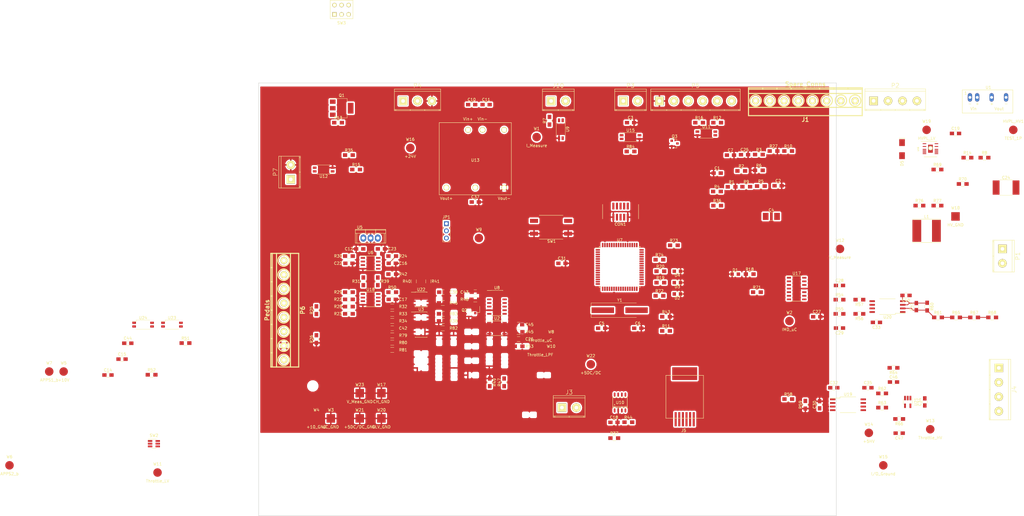
<source format=kicad_pcb>
(kicad_pcb (version 4) (host pcbnew 4.0.2-stable)
  (layers (0 F.Cu signal) (31 B.Cu signal) (34 B.Paste user) (35 F.Paste user) (36 B.SilkS user) (37 F.SilkS user) (38 B.Mask user) (39 F.Mask user) (44 Edge.Cuts user))
  (net 0 "")
  (net 1 CH_GND)
  (net 2 A1_LV)
  (net 3 A2_LV)
  (net 4 IMD_PWM)
  (net 5 /IMD)
  (net 6 "Net-(C4-Pad2)")
  (net 7 "Net-(C5-Pad1)")
  (net 8 "Net-(C6-Pad1)")
  (net 9 "/Status Lights/HV+")
  (net 10 "/Status Lights/HV-")
  (net 11 +24V)
  (net 12 +24V_RTN)
  (net 13 APPS1)
  (net 14 APPS2)
  (net 15 APPS1_10)
  (net 16 "Net-(C19-Pad1)")
  (net 17 "Net-(C26-Pad1)")
  (net 18 "Net-(C26-Pad2)")
  (net 19 /Isolators/V_Measure)
  (net 20 "Net-(C28-Pad2)")
  (net 21 "Net-(C29-Pad1)")
  (net 22 "Net-(C30-Pad1)")
  (net 23 "Net-(C31-Pad1)")
  (net 24 +5HV)
  (net 25 I/O_Ground)
  (net 26 HV-)
  (net 27 "Net-(C41-Pad1)")
  (net 28 "Net-(C46-Pad1)")
  (net 29 Throttle_HV)
  (net 30 "Net-(C47-Pad2)")
  (net 31 ~RESET_AVR)
  (net 32 TDI)
  (net 33 TMS)
  (net 34 TDO)
  (net 35 TCK)
  (net 36 "Net-(D1-Pad2)")
  (net 37 "Net-(D2-Pad2)")
  (net 38 "Net-(D3-Pad2)")
  (net 39 "Net-(D4-Pad2)")
  (net 40 "Net-(D5-Pad1)")
  (net 41 CANL)
  (net 42 CANH)
  (net 43 AIRs+)
  (net 44 AIRs-)
  (net 45 IMD_Status)
  (net 46 Drive_BTN)
  (net 47 IMD_Fault_LED)
  (net 48 Drive_LED)
  (net 49 HVPL)
  (net 50 "Net-(Q1-Pad1)")
  (net 51 "Net-(Q2-Pad1)")
  (net 52 "Net-(Q2-Pad3)")
  (net 53 "Net-(Q3-Pad1)")
  (net 54 "Net-(R3-Pad1)")
  (net 55 "Net-(R5-Pad1)")
  (net 56 /I_Measure)
  (net 57 "Net-(R10-Pad2)")
  (net 58 SDA)
  (net 59 "Net-(R12-Pad1)")
  (net 60 "/Status Lights/D_LED_CTRL")
  (net 61 "Net-(R15-Pad1)")
  (net 62 "/Status Lights/RTDS_CTRL")
  (net 63 "/Status Lights/Spare_Red")
  (net 64 "/Status Lights/Spare_Blue")
  (net 65 /ThrottlePlausibility/APPS1_ISO)
  (net 66 APPS2_5)
  (net 67 APPS1_RTN)
  (net 68 "Net-(R32-Pad1)")
  (net 69 "Net-(R33-Pad1)")
  (net 70 "Net-(R35-Pad2)")
  (net 71 "Net-(R37-Pad1)")
  (net 72 "Net-(R38-Pad1)")
  (net 73 "Net-(R38-Pad2)")
  (net 74 "Net-(R39-Pad2)")
  (net 75 SCL)
  (net 76 /ThrottlePlausibility/Throttle_uC)
  (net 77 "Net-(R47-Pad1)")
  (net 78 /ThrottlePlausibility/Throttle_PL)
  (net 79 BP)
  (net 80 "Net-(R55-Pad2)")
  (net 81 "Net-(R57-Pad1)")
  (net 82 /Isolators/Throttle_LV)
  (net 83 "Net-(R61-Pad2)")
  (net 84 "Net-(R62-Pad2)")
  (net 85 "Net-(R63-Pad1)")
  (net 86 "Net-(R65-Pad2)")
  (net 87 "Net-(R67-Pad2)")
  (net 88 HV+)
  (net 89 "Net-(R79-Pad1)")
  (net 90 "Net-(R80-Pad2)")
  (net 91 "/Status Lights/Heartbeat")
  (net 92 /ThrottlePlausibility/Pedal_Out)
  (net 93 /ThrottlePlausibility/Throttle_SEL)
  (net 94 "Net-(U3-Pad1)")
  (net 95 "Net-(U3-Pad7)")
  (net 96 "Net-(U3-Pad8)")
  (net 97 UART_RX)
  (net 98 UART_TX)
  (net 99 Spare_OC)
  (net 100 Spare_ICP)
  (net 101 "/CAN Transceiver/CANTX")
  (net 102 "/CAN Transceiver/CANRX")
  (net 103 /Safety_Loop)
  (net 104 RTDS)
  (net 105 "Net-(U16-Pad10)")
  (net 106 Spare_ADC_2)
  (net 107 Spare_ADC_1)
  (net 108 I_+5)
  (net 109 "Net-(C16-Pad1)")
  (net 110 "Net-(C22-Pad1)")
  (net 111 I_RTN)
  (net 112 BOT)
  (net 113 "Net-(R1-Pad1)")
  (net 114 "Net-(R2-Pad2)")
  (net 115 "Net-(R4-Pad1)")
  (net 116 /I_ENB)
  (net 117 "Net-(R16-Pad1)")
  (net 118 "Net-(R19-Pad1)")
  (net 119 "Net-(R20-Pad1)")
  (net 120 /ThrottlePlausibility/APPS1_b)
  (net 121 "Net-(R22-Pad2)")
  (net 122 "Net-(R23-Pad2)")
  (net 123 "Net-(R31-Pad2)")
  (net 124 /ThrottlePlausibility/APPS2_b)
  (net 125 "Net-(R40-Pad1)")
  (net 126 "Net-(R41-Pad1)")
  (net 127 "Net-(R50-Pad2)")
  (net 128 "Net-(R51-Pad2)")
  (net 129 "Net-(R52-Pad2)")
  (net 130 "Net-(R69-Pad1)")
  (net 131 "Net-(R76-Pad2)")
  (net 132 "Net-(JP1-Pad2)")
  (net 133 /PIN55)
  (net 134 /PIN54)
  (net 135 "Net-(U3-Pad14)")
  (net 136 /ThrottlePlausibility/BP_uC)
  (net 137 /ThrottlePlausibility/BOT_uC)
  (module Housings_SOIC:SOIC-14_3.9x8.7mm_Pitch1.27mm (layer F.Cu) (at 96.52 90.17)
    (fp_text reference U8 (at 0 -5.375) (layer F.SilkS))
    (fp_text value 74ACT11030)
    (pad 1 smd rect (at -2.7 -3.81) (size 1.5 0.6) (layers F.Cu F.Paste F.Mask) (net 108 I_+5))
    (pad 2 smd rect (at -2.7 -2.54) (size 1.5 0.6) (layers F.Cu F.Paste F.Mask) (net 108 I_+5))
    (pad 3 smd rect (at -2.7 -1.27) (size 1.5 0.6) (layers F.Cu F.Paste F.Mask) (net 125 "Net-(R40-Pad1)"))
    (pad 4 smd rect (at -2.7 0) (size 1.5 0.6) (layers F.Cu F.Paste F.Mask) (net 1 CH_GND))
    (pad 5 smd rect (at -2.7 1.27) (size 1.5 0.6) (layers F.Cu F.Paste F.Mask) (net 78 /ThrottlePlausibility/Throttle_PL))
    (pad 6 smd rect (at -2.7 2.54) (size 1.5 0.6) (layers F.Cu F.Paste F.Mask))
    (pad 7 smd rect (at -2.7 3.81) (size 1.5 0.6) (layers F.Cu F.Paste F.Mask))
    (pad 8 smd rect (at 2.7 3.81) (size 1.5 0.6) (layers F.Cu F.Paste F.Mask) (net 126 "Net-(R41-Pad1)"))
    (pad 9 smd rect (at 2.7 2.54) (size 1.5 0.6) (layers F.Cu F.Paste F.Mask) (net 94 "Net-(U3-Pad1)"))
    (pad 10 smd rect (at 2.7 1.27) (size 1.5 0.6) (layers F.Cu F.Paste F.Mask))
    (pad 11 smd rect (at 2.7 0) (size 1.5 0.6) (layers F.Cu F.Paste F.Mask) (net 108 I_+5))
    (pad 12 smd rect (at 2.7 -1.27) (size 1.5 0.6) (layers F.Cu F.Paste F.Mask) (net 95 "Net-(U3-Pad7)"))
    (pad 13 smd rect (at 2.7 -2.54) (size 1.5 0.6) (layers F.Cu F.Paste F.Mask) (net 96 "Net-(U3-Pad8)"))
    (pad 14 smd rect (at 2.7 -3.81) (size 1.5 0.6) (layers F.Cu F.Paste F.Mask) (net 135 "Net-(U3-Pad14)"))
  )
  (module Housings_SOIC:SOIC-8_3.9x4.9mm_Pitch1.27mm (layer F.Cu) (at 52.07 76.2)
    (fp_text reference U6 (at 0 -3.81) (layer F.SilkS))
    (fp_text value TS912)
    (pad 1 smd rect (at -2.7 -1.905) (size 1.55 0.6) (layers F.Cu F.Paste F.Mask) (net 120 /ThrottlePlausibility/APPS1_b))
    (pad 2 smd rect (at -2.7 -0.635) (size 1.55 0.6) (layers F.Cu F.Paste F.Mask) (net 120 /ThrottlePlausibility/APPS1_b))
    (pad 3 smd rect (at -2.7 0.635) (size 1.55 0.6) (layers F.Cu F.Paste F.Mask) (net 110 "Net-(C22-Pad1)"))
    (pad 4 smd rect (at -2.7 1.905) (size 1.55 0.6) (layers F.Cu F.Paste F.Mask) (net 1 CH_GND))
    (pad 5 smd rect (at 2.7 1.905) (size 1.55 0.6) (layers F.Cu F.Paste F.Mask) (net 109 "Net-(C16-Pad1)"))
    (pad 6 smd rect (at 2.7 0.635) (size 1.55 0.6) (layers F.Cu F.Paste F.Mask) (net 124 /ThrottlePlausibility/APPS2_b))
    (pad 7 smd rect (at 2.7 -0.635) (size 1.55 0.6) (layers F.Cu F.Paste F.Mask) (net 124 /ThrottlePlausibility/APPS2_b))
    (pad 8 smd rect (at 2.7 -1.905) (size 1.55 0.6) (layers F.Cu F.Paste F.Mask) (net 15 APPS1_10))
  )
  (module Capacitors_SMD:C_0805_HandSoldering (layer F.Cu) (at 244.04 91.44 90)
    (fp_text reference C41 (at 0 -1.75 90) (layer F.SilkS))
    (fp_text value 100p)
    (pad 1 smd rect (at -1.25 0 90) (size 1.5 1.25) (layers F.Cu F.Paste F.Mask) (net 27 "Net-(C41-Pad1)"))
    (pad 2 smd rect (at 1.25 0 90) (size 1.5 1.25) (layers F.Cu F.Paste F.Mask) (net 26 HV-))
  )
  (module custom_footprints:Iso_Diff_Amp_ACPL (layer F.Cu) (at 233.88 91.44 180)
    (fp_text reference U20 (at 0 -3.68 180) (layer F.SilkS))
    (fp_text value ACPL-C870)
    (pad 1 smd rect (at -5.3725 -1.905 180) (size 1.905 0.64) (layers F.Cu F.Paste F.Mask) (net 24 +5HV))
    (pad 2 smd rect (at -5.3725 -0.635 180) (size 1.905 0.64) (layers F.Cu F.Paste F.Mask) (net 27 "Net-(C41-Pad1)"))
    (pad 3 smd rect (at -5.3725 0.635 180) (size 1.905 0.64) (layers F.Cu F.Paste F.Mask) (net 26 HV-))
    (pad 4 smd rect (at -5.3725 1.905 180) (size 1.905 0.64) (layers F.Cu F.Paste F.Mask) (net 26 HV-))
    (pad 5 smd rect (at 5.3725 1.905 180) (size 1.905 0.65) (layers F.Cu F.Paste F.Mask) (net 1 CH_GND))
    (pad 6 smd rect (at 5.3725 0.635 180) (size 1.905 0.65) (layers F.Cu F.Paste F.Mask) (net 81 "Net-(R57-Pad1)"))
    (pad 7 smd rect (at 5.3725 -0.635 180) (size 1.905 0.64) (layers F.Cu F.Paste F.Mask) (net 21 "Net-(C29-Pad1)"))
    (pad 8 smd rect (at 5.3725 -1.905 180) (size 1.905 0.64) (layers F.Cu F.Paste F.Mask) (net 108 I_+5))
  )
  (module Capacitors_SMD:C_0805_HandSoldering (layer F.Cu) (at 173.99 44.45)
    (fp_text reference C1 (at 0 -1.75) (layer F.SilkS))
    (fp_text value 0.1u)
    (pad 1 smd rect (at -1.25 0) (size 1.5 1.25) (layers F.Cu F.Paste F.Mask) (net 1 CH_GND))
    (pad 2 smd rect (at 1.25 0) (size 1.5 1.25) (layers F.Cu F.Paste F.Mask) (net 2 A1_LV))
  )
  (module Capacitors_SMD:C_0805_HandSoldering (layer F.Cu) (at 195.425001 48.895)
    (fp_text reference C2 (at 0 -1.75) (layer F.SilkS))
    (fp_text value 0.1u)
    (pad 1 smd rect (at -1.25 0) (size 1.5 1.25) (layers F.Cu F.Paste F.Mask) (net 3 A2_LV))
    (pad 2 smd rect (at 1.25 0) (size 1.5 1.25) (layers F.Cu F.Paste F.Mask) (net 1 CH_GND))
  )
  (module Capacitors_SMD:C_0805_HandSoldering (layer F.Cu) (at 143.51 26.67)
    (fp_text reference C3 (at 0 -1.75) (layer F.SilkS))
    (fp_text value 2.2uF)
    (pad 1 smd rect (at -1.25 0) (size 1.5 1.25) (layers F.Cu F.Paste F.Mask) (net 49 HVPL))
    (pad 2 smd rect (at 1.25 0) (size 1.5 1.25) (layers F.Cu F.Paste F.Mask) (net 1 CH_GND))
  )
  (module Capacitors_SMD:C_1210_HandSoldering (layer F.Cu) (at 193.04 59.69)
    (fp_text reference C4 (at 0 -2.25) (layer F.SilkS))
    (fp_text value 47u)
    (pad 1 smd rect (at -2 0) (size 2 2.5) (layers F.Cu F.Paste F.Mask) (net 5 /IMD))
    (pad 2 smd rect (at 2 0) (size 2 2.5) (layers F.Cu F.Paste F.Mask) (net 6 "Net-(C4-Pad2)"))
  )
  (module Capacitors_SMD:C_0805_HandSoldering (layer F.Cu) (at 133.35 99.06)
    (fp_text reference C5 (at 0 -1.75) (layer F.SilkS))
    (fp_text value 10p)
    (pad 1 smd rect (at -1.25 0) (size 1.5 1.25) (layers F.Cu F.Paste F.Mask) (net 7 "Net-(C5-Pad1)"))
    (pad 2 smd rect (at 1.25 0) (size 1.5 1.25) (layers F.Cu F.Paste F.Mask) (net 1 CH_GND))
  )
  (module Capacitors_SMD:C_0805_HandSoldering (layer F.Cu) (at 146.05 99.06)
    (fp_text reference C6 (at 0 -1.75) (layer F.SilkS))
    (fp_text value 10p)
    (pad 1 smd rect (at -1.25 0) (size 1.5 1.25) (layers F.Cu F.Paste F.Mask) (net 8 "Net-(C6-Pad1)"))
    (pad 2 smd rect (at 1.25 0) (size 1.5 1.25) (layers F.Cu F.Paste F.Mask) (net 1 CH_GND))
  )
  (module Capacitors_SMD:C_0805_HandSoldering (layer F.Cu) (at 178.655001 38.115)
    (fp_text reference C7 (at 0 -1.75) (layer F.SilkS))
    (fp_text value 0.1u)
    (pad 1 smd rect (at -1.25 0) (size 1.5 1.25) (layers F.Cu F.Paste F.Mask) (net 108 I_+5))
    (pad 2 smd rect (at 1.25 0) (size 1.5 1.25) (layers F.Cu F.Paste F.Mask) (net 1 CH_GND))
  )
  (module Capacitors_SMD:C_0805_HandSoldering (layer F.Cu) (at 87.63 20.32)
    (fp_text reference C10 (at 0 -1.75) (layer F.SilkS))
    (fp_text value 10uF)
    (pad 1 smd rect (at -1.25 0) (size 1.5 1.25) (layers F.Cu F.Paste F.Mask) (net 11 +24V))
    (pad 2 smd rect (at 1.25 0) (size 1.5 1.25) (layers F.Cu F.Paste F.Mask) (net 12 +24V_RTN))
  )
  (module Capacitors_SMD:C_0805_HandSoldering (layer F.Cu) (at 92.71 20.32)
    (fp_text reference C11 (at 0 -1.75) (layer F.SilkS))
    (fp_text value 10uF)
    (pad 1 smd rect (at -1.25 0) (size 1.5 1.25) (layers F.Cu F.Paste F.Mask) (net 11 +24V))
    (pad 2 smd rect (at 1.25 0) (size 1.5 1.25) (layers F.Cu F.Paste F.Mask) (net 12 +24V_RTN))
  )
  (module Capacitors_SMD:C_0805_HandSoldering (layer F.Cu) (at 48.26 71.12 180)
    (fp_text reference C12 (at 3.81 0 180) (layer F.SilkS))
    (fp_text value 0.1u)
    (pad 1 smd rect (at -1.25 0 180) (size 1.5 1.25) (layers F.Cu F.Paste F.Mask) (net 11 +24V))
    (pad 2 smd rect (at 1.25 0 180) (size 1.5 1.25) (layers F.Cu F.Paste F.Mask) (net 1 CH_GND))
  )
  (module Capacitors_SMD:C_0805_HandSoldering (layer F.Cu) (at -40.294999 115.535)
    (fp_text reference C14 (at 0 -1.75) (layer F.SilkS))
    (fp_text value 0.1u)
    (pad 1 smd rect (at -1.25 0) (size 1.5 1.25) (layers F.Cu F.Paste F.Mask) (net 11 +24V))
    (pad 2 smd rect (at 1.25 0) (size 1.5 1.25) (layers F.Cu F.Paste F.Mask) (net 1 CH_GND))
  )
  (module Capacitors_SMD:C_0805_HandSoldering (layer F.Cu) (at -35.344999 109.935)
    (fp_text reference C15 (at 0 -1.75) (layer F.SilkS))
    (fp_text value 0.1u)
    (pad 1 smd rect (at -1.25 0) (size 1.5 1.25) (layers F.Cu F.Paste F.Mask) (net 108 I_+5))
    (pad 2 smd rect (at 1.25 0) (size 1.5 1.25) (layers F.Cu F.Paste F.Mask) (net 1 CH_GND))
  )
  (module Capacitors_SMD:C_0805_HandSoldering (layer F.Cu) (at 59.69 76.2)
    (fp_text reference C16 (at 3.81 0) (layer F.SilkS))
    (fp_text value 0.1u)
    (pad 1 smd rect (at -1.25 0) (size 1.5 1.25) (layers F.Cu F.Paste F.Mask) (net 109 "Net-(C16-Pad1)"))
    (pad 2 smd rect (at 1.25 0) (size 1.5 1.25) (layers F.Cu F.Paste F.Mask) (net 1 CH_GND))
  )
  (module Capacitors_SMD:C_0805_HandSoldering (layer F.Cu) (at 59.69 88.9)
    (fp_text reference C17 (at 3.81 0) (layer F.SilkS))
    (fp_text value 0.1u)
    (pad 1 smd rect (at -1.25 0) (size 1.5 1.25) (layers F.Cu F.Paste F.Mask) (net 15 APPS1_10))
    (pad 2 smd rect (at 1.25 0) (size 1.5 1.25) (layers F.Cu F.Paste F.Mask) (net 1 CH_GND))
  )
  (module Capacitors_SMD:C_0805_HandSoldering (layer F.Cu) (at 137.685001 132.195)
    (fp_text reference C18 (at 0 -1.75) (layer F.SilkS))
    (fp_text value 0.1u)
    (pad 1 smd rect (at -1.25 0) (size 1.5 1.25) (layers F.Cu F.Paste F.Mask) (net 108 I_+5))
    (pad 2 smd rect (at 1.25 0) (size 1.5 1.25) (layers F.Cu F.Paste F.Mask) (net 1 CH_GND))
  )
  (module Capacitors_SMD:C_0805_HandSoldering (layer F.Cu) (at 257.81 30.48)
    (fp_text reference C19 (at 0 -1.75) (layer F.SilkS))
    (fp_text value 10uF)
    (pad 1 smd rect (at -1.25 0) (size 1.5 1.25) (layers F.Cu F.Paste F.Mask) (net 16 "Net-(C19-Pad1)"))
    (pad 2 smd rect (at 1.25 0) (size 1.5 1.25) (layers F.Cu F.Paste F.Mask) (net 10 "/Status Lights/HV-"))
  )
  (module Capacitors_SMD:C_0805_HandSoldering (layer F.Cu) (at 44.45 76.2)
    (fp_text reference C22 (at -3.81 0) (layer F.SilkS))
    (fp_text value 0.1u)
    (pad 1 smd rect (at -1.25 0) (size 1.5 1.25) (layers F.Cu F.Paste F.Mask) (net 110 "Net-(C22-Pad1)"))
    (pad 2 smd rect (at 1.25 0) (size 1.5 1.25) (layers F.Cu F.Paste F.Mask) (net 1 CH_GND))
  )
  (module Capacitors_SMD:C_0805_HandSoldering (layer F.Cu) (at 55.88 71.12)
    (fp_text reference C23 (at 3.81 0) (layer F.SilkS))
    (fp_text value 0.1u)
    (pad 1 smd rect (at -1.25 0) (size 1.5 1.25) (layers F.Cu F.Paste F.Mask) (net 15 APPS1_10))
    (pad 2 smd rect (at 1.25 0) (size 1.5 1.25) (layers F.Cu F.Paste F.Mask) (net 1 CH_GND))
  )
  (module Capacitors_SMD:C_0805_HandSoldering (layer F.Cu) (at 183.605001 37.965)
    (fp_text reference C25 (at 0 -1.75) (layer F.SilkS))
    (fp_text value 0.1u)
    (pad 1 smd rect (at -1.25 0) (size 1.5 1.25) (layers F.Cu F.Paste F.Mask) (net 108 I_+5))
    (pad 2 smd rect (at 1.25 0) (size 1.5 1.25) (layers F.Cu F.Paste F.Mask) (net 1 CH_GND))
  )
  (module Capacitors_SMD:C_0805_HandSoldering (layer F.Cu) (at 104.14 102.87 180)
    (fp_text reference C26 (at -3.81 0 180) (layer F.SilkS))
    (fp_text value 0.1u)
    (pad 1 smd rect (at -1.25 0 180) (size 1.5 1.25) (layers F.Cu F.Paste F.Mask) (net 17 "Net-(C26-Pad1)"))
    (pad 2 smd rect (at 1.25 0 180) (size 1.5 1.25) (layers F.Cu F.Paste F.Mask) (net 18 "Net-(C26-Pad2)"))
  )
  (module Capacitors_SMD:C_0805_HandSoldering (layer F.Cu) (at 209 95)
    (fp_text reference C27 (at 0 -1.75) (layer F.SilkS))
    (fp_text value 0.1u)
    (pad 1 smd rect (at -1.25 0) (size 1.5 1.25) (layers F.Cu F.Paste F.Mask) (net 108 I_+5))
    (pad 2 smd rect (at 1.25 0) (size 1.5 1.25) (layers F.Cu F.Paste F.Mask) (net 1 CH_GND))
  )
  (module Capacitors_SMD:C_0805_HandSoldering (layer F.Cu) (at 217 84)
    (fp_text reference C28 (at 0 -1.75) (layer F.SilkS))
    (fp_text value 100p)
    (pad 1 smd rect (at -1.25 0) (size 1.5 1.25) (layers F.Cu F.Paste F.Mask) (net 19 /Isolators/V_Measure))
    (pad 2 smd rect (at 1.25 0) (size 1.5 1.25) (layers F.Cu F.Paste F.Mask) (net 20 "Net-(C28-Pad2)"))
  )
  (module Capacitors_SMD:C_0805_HandSoldering (layer F.Cu) (at 217 99 180)
    (fp_text reference C29 (at 0 -1.75 180) (layer F.SilkS))
    (fp_text value 100p)
    (pad 1 smd rect (at -1.25 0 180) (size 1.5 1.25) (layers F.Cu F.Paste F.Mask) (net 21 "Net-(C29-Pad1)"))
    (pad 2 smd rect (at 1.25 0 180) (size 1.5 1.25) (layers F.Cu F.Paste F.Mask) (net 1 CH_GND))
  )
  (module Capacitors_SMD:C_0805_HandSoldering (layer F.Cu) (at 210 126 90)
    (fp_text reference C30 (at 0 -1.75 90) (layer F.SilkS))
    (fp_text value 100p)
    (pad 1 smd rect (at -1.25 0 90) (size 1.5 1.25) (layers F.Cu F.Paste F.Mask) (net 22 "Net-(C30-Pad1)"))
    (pad 2 smd rect (at 1.25 0 90) (size 1.5 1.25) (layers F.Cu F.Paste F.Mask) (net 1 CH_GND))
  )
  (module Capacitors_SMD:C_0805_HandSoldering (layer F.Cu) (at 119.38 76.2)
    (fp_text reference C31 (at 0 -1.75) (layer F.SilkS))
    (fp_text value 0.1u)
    (pad 1 smd rect (at -1.25 0) (size 1.5 1.25) (layers F.Cu F.Paste F.Mask) (net 23 "Net-(C31-Pad1)"))
    (pad 2 smd rect (at 1.25 0) (size 1.5 1.25) (layers F.Cu F.Paste F.Mask) (net 1 CH_GND))
  )
  (module Capacitors_SMD:C_0805_HandSoldering (layer F.Cu) (at 215 120)
    (fp_text reference C32 (at 0 -1.75) (layer F.SilkS))
    (fp_text value 0.1u)
    (pad 1 smd rect (at -1.25 0) (size 1.5 1.25) (layers F.Cu F.Paste F.Mask) (net 108 I_+5))
    (pad 2 smd rect (at 1.25 0) (size 1.5 1.25) (layers F.Cu F.Paste F.Mask) (net 1 CH_GND))
  )
  (module Capacitors_SMD:C_0805_HandSoldering (layer F.Cu) (at 230 97 180)
    (fp_text reference C33 (at 0 -1.75 180) (layer F.SilkS))
    (fp_text value 0.1u)
    (pad 1 smd rect (at -1.25 0 180) (size 1.5 1.25) (layers F.Cu F.Paste F.Mask) (net 108 I_+5))
    (pad 2 smd rect (at 1.25 0 180) (size 1.5 1.25) (layers F.Cu F.Paste F.Mask) (net 1 CH_GND))
  )
  (module Capacitors_SMD:C_0805_HandSoldering (layer F.Cu) (at 247 125 90)
    (fp_text reference C34 (at 0 -1.75 90) (layer F.SilkS))
    (fp_text value 0.1u)
    (pad 1 smd rect (at -1.25 0 90) (size 1.5 1.25) (layers F.Cu F.Paste F.Mask) (net 24 +5HV))
    (pad 2 smd rect (at 1.25 0 90) (size 1.5 1.25) (layers F.Cu F.Paste F.Mask) (net 25 I/O_Ground))
  )
  (module Capacitors_SMD:C_0805_HandSoldering (layer F.Cu) (at 227 120)
    (fp_text reference C35 (at 0 -1.75) (layer F.SilkS))
    (fp_text value 0.1u)
    (pad 1 smd rect (at -1.25 0) (size 1.5 1.25) (layers F.Cu F.Paste F.Mask) (net 24 +5HV))
    (pad 2 smd rect (at 1.25 0) (size 1.5 1.25) (layers F.Cu F.Paste F.Mask) (net 25 I/O_Ground))
  )
  (module Capacitors_SMD:C_0805_HandSoldering (layer F.Cu) (at 88.9 54.61)
    (fp_text reference C37 (at 0 -1.75) (layer F.SilkS))
    (fp_text value 0.1u)
    (pad 1 smd rect (at -1.25 0) (size 1.5 1.25) (layers F.Cu F.Paste F.Mask) (net 108 I_+5))
    (pad 2 smd rect (at 1.25 0) (size 1.5 1.25) (layers F.Cu F.Paste F.Mask) (net 1 CH_GND))
  )
  (module Capacitors_SMD:C_0805_HandSoldering (layer F.Cu) (at 77.47 86.36)
    (fp_text reference C38 (at 3.81 0) (layer F.SilkS))
    (fp_text value 0.1u)
    (pad 1 smd rect (at -1.25 0) (size 1.5 1.25) (layers F.Cu F.Paste F.Mask) (net 15 APPS1_10))
    (pad 2 smd rect (at 1.25 0) (size 1.5 1.25) (layers F.Cu F.Paste F.Mask) (net 1 CH_GND))
  )
  (module Capacitors_SMD:C_0805_HandSoldering (layer F.Cu) (at 240.4 87.5 180)
    (fp_text reference C40 (at 0 -1.75 180) (layer F.SilkS))
    (fp_text value 0.1u)
    (pad 1 smd rect (at -1.25 0 180) (size 1.5 1.25) (layers F.Cu F.Paste F.Mask) (net 24 +5HV))
    (pad 2 smd rect (at 1.25 0 180) (size 1.5 1.25) (layers F.Cu F.Paste F.Mask) (net 26 HV-))
  )
  (module Capacitors_SMD:C_0805_HandSoldering (layer F.Cu) (at 59.69 99.06 180)
    (fp_text reference C42 (at -3.81 0 180) (layer F.SilkS))
    (fp_text value 0.1u)
    (pad 1 smd rect (at -1.25 0 180) (size 1.5 1.25) (layers F.Cu F.Paste F.Mask) (net 108 I_+5))
    (pad 2 smd rect (at 1.25 0 180) (size 1.5 1.25) (layers F.Cu F.Paste F.Mask) (net 1 CH_GND))
  )
  (module Capacitors_SMD:C_0805_HandSoldering (layer F.Cu) (at 88.9 86.36 180)
    (fp_text reference C43 (at 3.81 0 180) (layer F.SilkS))
    (fp_text value 0.1u)
    (pad 1 smd rect (at -1.25 0 180) (size 1.5 1.25) (layers F.Cu F.Paste F.Mask) (net 108 I_+5))
    (pad 2 smd rect (at 1.25 0 180) (size 1.5 1.25) (layers F.Cu F.Paste F.Mask) (net 1 CH_GND))
  )
  (module Capacitors_SMD:C_0805_HandSoldering (layer F.Cu) (at -33.324999 104.335)
    (fp_text reference C44 (at 0 -1.75) (layer F.SilkS))
    (fp_text value 0.1u)
    (pad 1 smd rect (at -1.25 0) (size 1.5 1.25) (layers F.Cu F.Paste F.Mask) (net 108 I_+5))
    (pad 2 smd rect (at 1.25 0) (size 1.5 1.25) (layers F.Cu F.Paste F.Mask) (net 1 CH_GND))
  )
  (module Capacitors_SMD:C_0805_HandSoldering (layer F.Cu) (at 104.14 97.79)
    (fp_text reference C45 (at 3.81 0) (layer F.SilkS))
    (fp_text value 0.1u)
    (pad 1 smd rect (at -1.25 0) (size 1.5 1.25) (layers F.Cu F.Paste F.Mask) (net 108 I_+5))
    (pad 2 smd rect (at 1.25 0) (size 1.5 1.25) (layers F.Cu F.Paste F.Mask) (net 1 CH_GND))
  )
  (module Capacitors_SMD:C_0805_HandSoldering (layer F.Cu) (at 236 118)
    (fp_text reference C46 (at 0 -1.75) (layer F.SilkS))
    (fp_text value 100p)
    (pad 1 smd rect (at -1.25 0) (size 1.5 1.25) (layers F.Cu F.Paste F.Mask) (net 28 "Net-(C46-Pad1)"))
    (pad 2 smd rect (at 1.25 0) (size 1.5 1.25) (layers F.Cu F.Paste F.Mask) (net 25 I/O_Ground))
  )
  (module Capacitors_SMD:C_0805_HandSoldering (layer F.Cu) (at 238 136 180)
    (fp_text reference C47 (at 0 -1.75 180) (layer F.SilkS))
    (fp_text value 100p)
    (pad 1 smd rect (at -1.25 0 180) (size 1.5 1.25) (layers F.Cu F.Paste F.Mask) (net 29 Throttle_HV))
    (pad 2 smd rect (at 1.25 0 180) (size 1.5 1.25) (layers F.Cu F.Paste F.Mask) (net 30 "Net-(C47-Pad2)"))
  )
  (module custom_footprints:JTAG (layer F.Cu) (at 140 58)
    (fp_text reference CON1 (at -0.1 4.45) (layer F.SilkS))
    (fp_text value AVR-JTAG-10)
    (pad 4 smd rect (at 1.27 1.95) (size 0.76 2.4) (layers F.Cu F.Paste F.Mask) (net 108 I_+5))
    (pad 6 smd rect (at 0 1.95) (size 0.76 2.4) (layers F.Cu F.Paste F.Mask) (net 31 ~RESET_AVR))
    (pad 2 smd rect (at 2.54 1.95) (size 0.76 2.4) (layers F.Cu F.Paste F.Mask) (net 1 CH_GND))
    (pad 10 smd rect (at -2.54 1.95) (size 0.76 2.4) (layers F.Cu F.Paste F.Mask) (net 1 CH_GND))
    (pad 8 smd rect (at -1.27 1.95) (size 0.76 2.4) (layers F.Cu F.Paste F.Mask))
    (pad 9 smd rect (at -2.54 -1.95) (size 0.76 2.4) (layers F.Cu F.Paste F.Mask) (net 32 TDI))
    (pad 7 smd rect (at -1.27 -1.95) (size 0.76 2.4) (layers F.Cu F.Paste F.Mask))
    (pad 5 smd rect (at 0 -1.95) (size 0.76 2.4) (layers F.Cu F.Paste F.Mask) (net 33 TMS))
    (pad 3 smd rect (at 1.27 -1.95) (size 0.76 2.4) (layers F.Cu F.Paste F.Mask) (net 34 TDO))
    (pad 1 smd rect (at 2.54 -1.95) (size 0.76 2.4) (layers F.Cu F.Paste F.Mask) (net 35 TCK))
  )
  (module LEDs:LED_0805 (layer F.Cu) (at 180.34 80.01)
    (fp_text reference D1 (at 0 -1.45) (layer F.SilkS))
    (fp_text value Power)
    (pad 2 smd rect (at 1.1 0 180) (size 1.2 1.2) (layers F.Cu F.Paste F.Mask) (net 36 "Net-(D1-Pad2)"))
    (pad 1 smd rect (at -1.1 0 180) (size 1.2 1.2) (layers F.Cu F.Paste F.Mask) (net 1 CH_GND))
  )
  (module LEDs:LED_0805 (layer F.Cu) (at 160 87 180)
    (fp_text reference D2 (at 0 -1.45 180) (layer F.SilkS))
    (fp_text value Heartbeat)
    (pad 2 smd rect (at 1.1 0) (size 1.2 1.2) (layers F.Cu F.Paste F.Mask) (net 37 "Net-(D2-Pad2)"))
    (pad 1 smd rect (at -1.1 0) (size 1.2 1.2) (layers F.Cu F.Paste F.Mask) (net 1 CH_GND))
  )
  (module LEDs:LED_0805 (layer F.Cu) (at 160 83 180)
    (fp_text reference D3 (at 0 -1.45 180) (layer F.SilkS))
    (fp_text value Spare/Fault)
    (pad 2 smd rect (at 1.1 0) (size 1.2 1.2) (layers F.Cu F.Paste F.Mask) (net 38 "Net-(D3-Pad2)"))
    (pad 1 smd rect (at -1.1 0) (size 1.2 1.2) (layers F.Cu F.Paste F.Mask) (net 1 CH_GND))
  )
  (module LEDs:LED_0805 (layer F.Cu) (at 160 79 180)
    (fp_text reference D4 (at 0 -1.45 180) (layer F.SilkS))
    (fp_text value Spare)
    (pad 2 smd rect (at 1.1 0) (size 1.2 1.2) (layers F.Cu F.Paste F.Mask) (net 39 "Net-(D4-Pad2)"))
    (pad 1 smd rect (at -1.1 0) (size 1.2 1.2) (layers F.Cu F.Paste F.Mask) (net 1 CH_GND))
  )
  (module custom_footprints:do214ac (layer F.Cu) (at 239 36 90)
    (fp_text reference D5 (at -5.0165 0 90) (layer F.SilkS))
    (fp_text value D_Schottky hide)
    (pad 1 smd rect (at -2.3 0 90) (size 2.4 2) (layers F.Cu F.Paste F.Mask) (net 40 "Net-(D5-Pad1)"))
    (pad 2 smd rect (at 2.3 0 90) (size 2.4 2) (layers F.Cu F.Paste F.Mask) (net 10 "/Status Lights/HV-"))
  )
  (module custom_footprints:TerminalBlock_Pheonix_MPT-5.08mm_2pol (layer F.Cu) (at 119.38 127)
    (fp_text reference J3 (at 2.54 -5.4) (layer F.SilkS) (effects (font (size 1.5 1.5))))
    (fp_text value CAN)
    (pad 1 thru_hole rect (at 0 0 180) (size 3 3) (drill 1.3) (layers *.Cu *.Mask F.SilkS) (net 41 CANL))
    (pad 2 thru_hole oval (at 5.08 0 180) (size 3 3) (drill 1.3) (layers *.Cu *.Mask F.SilkS) (net 42 CANH))
  )
  (module custom_footprints:TerminalBlock_Pheonix_MPT-5.08mm_4pol (layer F.Cu) (at 273.05 113.03 270)
    (fp_text reference J4 (at 7.62 -5.4 270) (layer F.SilkS) (effects (font (size 1.5 1.5))))
    (fp_text value Motor_Ctrl)
    (pad 4 thru_hole oval (at 15.24 0 90) (size 3 3) (drill 1.3) (layers *.Cu *.Mask F.SilkS) (net 24 +5HV))
    (pad 1 thru_hole rect (at 0 0 90) (size 3 3) (drill 1.3) (layers *.Cu *.Mask F.SilkS) (net 25 I/O_Ground))
    (pad 2 thru_hole oval (at 5.08 0 90) (size 3 3) (drill 1.3) (layers *.Cu *.Mask F.SilkS) (net 29 Throttle_HV))
    (pad 3 thru_hole oval (at 10.16 0 90) (size 3 3) (drill 1.3) (layers *.Cu *.Mask F.SilkS) (net 25 I/O_Ground))
  )
  (module custom_footprints:MOLEX_RJ11 (layer F.Cu) (at 162.56 123.19)
    (fp_text reference J5 (at -0.35 11.85) (layer F.SilkS))
    (fp_text value RJ12)
    (pad 6 smd rect (at -3.175 7.9) (size 0.76 5) (layers F.Cu F.Paste F.Mask))
    (pad 1 smd rect (at 3.175 7.9) (size 0.76 5) (layers F.Cu F.Paste F.Mask))
    (pad 2 smd rect (at 1.905 7.9) (size 0.76 5) (layers F.Cu F.Paste F.Mask) (net 2 A1_LV))
    (pad 3 smd rect (at 0.635 7.9) (size 0.76 5) (layers F.Cu F.Paste F.Mask) (net 3 A2_LV))
    (pad 4 smd rect (at -0.635 7.9) (size 0.76 5) (layers F.Cu F.Paste F.Mask) (net 111 I_RTN))
    (pad 0 smd rect (at 0 -8.15) (size 8.8 4.5) (layers F.Cu F.Paste F.Mask))
    (pad 5 smd rect (at -1.905 7.9) (size 0.76 5) (layers F.Cu F.Paste F.Mask) (net 108 I_+5))
  )
  (module custom_footprints:TerminalBlock_Pheonix_MPT-5.08mm_2pol (layer F.Cu) (at 115.57 19.05)
    (fp_text reference J10 (at 2.54 -5.4) (layer F.SilkS) (effects (font (size 1.5 1.5))))
    (fp_text value AIRs)
    (pad 1 thru_hole rect (at 0 0 180) (size 3 3) (drill 1.3) (layers *.Cu *.Mask F.SilkS) (net 43 AIRs+))
    (pad 2 thru_hole oval (at 5.08 0 180) (size 3 3) (drill 1.3) (layers *.Cu *.Mask F.SilkS) (net 44 AIRs-))
  )
  (module custom_footprints:TerminalBlock_Pheonix_MPT-5.08mm_2pol (layer F.Cu) (at 140.97 19.05)
    (fp_text reference P3 (at 2.54 -5.4) (layer F.SilkS) (effects (font (size 1.5 1.5))))
    (fp_text value IMD)
    (pad 1 thru_hole rect (at 0 0 180) (size 3 3) (drill 1.3) (layers *.Cu *.Mask F.SilkS) (net 45 IMD_Status))
    (pad 2 thru_hole oval (at 5.08 0 180) (size 3 3) (drill 1.3) (layers *.Cu *.Mask F.SilkS) (net 4 IMD_PWM))
  )
  (module custom_footprints:TerminalBlock_Pheonix_MPT-5.08mm_3pol (layer F.Cu) (at 63.5 19.05)
    (fp_text reference P4 (at 5.08 -5.4) (layer F.SilkS) (effects (font (size 1.5 1.5))))
    (fp_text value GLV)
    (pad 1 thru_hole rect (at 0 0 180) (size 3 3) (drill 1.3) (layers *.Cu *.Mask F.SilkS) (net 11 +24V))
    (pad 2 thru_hole oval (at 5.08 0 180) (size 3 3) (drill 1.3) (layers *.Cu *.Mask F.SilkS) (net 12 +24V_RTN))
    (pad 3 thru_hole oval (at 10.16 0 180) (size 3 3) (drill 1.3) (layers *.Cu *.Mask F.SilkS) (net 1 CH_GND))
  )
  (module custom_footprints:TerminalBlock_Pheonix_MPT-5.08mm_6pol (layer F.Cu) (at 153.67 19.05)
    (fp_text reference P5 (at 12.7 -5.4) (layer F.SilkS) (effects (font (size 1.5 1.5))))
    (fp_text value Cockpit)
    (pad 4 thru_hole oval (at 15.24 0 180) (size 3 3) (drill 1.3) (layers *.Cu *.Mask F.SilkS) (net 46 Drive_BTN))
    (pad 1 thru_hole rect (at 0 0 180) (size 3 3) (drill 1.3) (layers *.Cu *.Mask F.SilkS) (net 1 CH_GND))
    (pad 2 thru_hole oval (at 5.08 0 180) (size 3 3) (drill 1.3) (layers *.Cu *.Mask F.SilkS) (net 47 IMD_Fault_LED))
    (pad 3 thru_hole oval (at 10.16 0 180) (size 3 3) (drill 1.3) (layers *.Cu *.Mask F.SilkS) (net 108 I_+5))
    (pad 5 thru_hole oval (at 20.32 0 180) (size 3 3) (drill 1.3) (layers *.Cu *.Mask F.SilkS) (net 48 Drive_LED))
    (pad 6 thru_hole oval (at 25.4 0 180) (size 3 3) (drill 1.3) (layers *.Cu *.Mask F.SilkS) (net 49 HVPL))
  )
  (module TO_SOT_Packages_SMD:SOT-23 (layer F.Cu) (at 88.9 92.71 270)
    (fp_text reference Q2 (at 0 3.81 360) (layer F.SilkS))
    (fp_text value MMBF170)
    (pad 1 smd rect (at -1 -0.95 270) (size 0.9 0.8) (layers F.Cu F.Paste F.Mask) (net 51 "Net-(Q2-Pad1)"))
    (pad 2 smd rect (at -1 0.95 270) (size 0.9 0.8) (layers F.Cu F.Paste F.Mask) (net 1 CH_GND))
    (pad 3 smd rect (at 1 0 270) (size 0.9 0.8) (layers F.Cu F.Paste F.Mask) (net 52 "Net-(Q2-Pad3)"))
  )
  (module TO_SOT_Packages_SMD:SOT-23 (layer F.Cu) (at 159 34)
    (fp_text reference Q3 (at 0 -2.5) (layer F.SilkS))
    (fp_text value MMBF170)
    (pad 1 smd rect (at -1 -0.95) (size 0.9 0.8) (layers F.Cu F.Paste F.Mask) (net 53 "Net-(Q3-Pad1)"))
    (pad 2 smd rect (at -1 0.95) (size 0.9 0.8) (layers F.Cu F.Paste F.Mask) (net 1 CH_GND))
    (pad 3 smd rect (at 1 0) (size 0.9 0.8) (layers F.Cu F.Paste F.Mask) (net 111 I_RTN))
  )
  (module Resistors_SMD:R_0805_HandSoldering (layer F.Cu) (at 179.055001 49.265)
    (fp_text reference R1 (at 0 -1.7) (layer F.SilkS))
    (fp_text value 10k)
    (pad 1 smd rect (at -1.35 0) (size 1.5 1.3) (layers F.Cu F.Paste F.Mask) (net 113 "Net-(R1-Pad1)"))
    (pad 2 smd rect (at 1.35 0) (size 1.5 1.3) (layers F.Cu F.Paste F.Mask) (net 1 CH_GND))
  )
  (module Resistors_SMD:R_0805_HandSoldering (layer F.Cu) (at 182.455001 43.665)
    (fp_text reference R2 (at 0 -1.7) (layer F.SilkS))
    (fp_text value 250k)
    (pad 1 smd rect (at -1.35 0) (size 1.5 1.3) (layers F.Cu F.Paste F.Mask) (net 43 AIRs+))
    (pad 2 smd rect (at 1.35 0) (size 1.5 1.3) (layers F.Cu F.Paste F.Mask) (net 114 "Net-(R2-Pad2)"))
  )
  (module Resistors_SMD:R_0805_HandSoldering (layer F.Cu) (at 188.655001 37.915)
    (fp_text reference R3 (at 0 -1.7) (layer F.SilkS))
    (fp_text value 10k)
    (pad 1 smd rect (at -1.35 0) (size 1.5 1.3) (layers F.Cu F.Paste F.Mask) (net 54 "Net-(R3-Pad1)"))
    (pad 2 smd rect (at 1.35 0) (size 1.5 1.3) (layers F.Cu F.Paste F.Mask) (net 2 A1_LV))
  )
  (module Resistors_SMD:R_0805_HandSoldering (layer F.Cu) (at 173.905001 50.915)
    (fp_text reference R4 (at 0 -1.7) (layer F.SilkS))
    (fp_text value 10k)
    (pad 1 smd rect (at -1.35 0) (size 1.5 1.3) (layers F.Cu F.Paste F.Mask) (net 115 "Net-(R4-Pad1)"))
    (pad 2 smd rect (at 1.35 0) (size 1.5 1.3) (layers F.Cu F.Paste F.Mask) (net 3 A2_LV))
  )
  (module Resistors_SMD:R_0805_HandSoldering (layer F.Cu) (at 189.355001 49.015)
    (fp_text reference R5 (at 0 -1.7) (layer F.SilkS))
    (fp_text value 1k)
    (pad 1 smd rect (at -1.35 0) (size 1.5 1.3) (layers F.Cu F.Paste F.Mask) (net 55 "Net-(R5-Pad1)"))
    (pad 2 smd rect (at 1.35 0) (size 1.5 1.3) (layers F.Cu F.Paste F.Mask) (net 108 I_+5))
  )
  (module Resistors_SMD:R_0805_HandSoldering (layer F.Cu) (at 188.655001 43.465)
    (fp_text reference R6 (at 0 -1.7) (layer F.SilkS))
    (fp_text value 10k)
    (pad 1 smd rect (at -1.35 0) (size 1.5 1.3) (layers F.Cu F.Paste F.Mask) (net 1 CH_GND))
    (pad 2 smd rect (at 1.35 0) (size 1.5 1.3) (layers F.Cu F.Paste F.Mask) (net 54 "Net-(R3-Pad1)"))
  )
  (module Resistors_SMD:R_0805_HandSoldering (layer F.Cu) (at 115 26 90)
    (fp_text reference R7 (at 0 -1.7 90) (layer F.SilkS))
    (fp_text value 10k)
    (pad 1 smd rect (at -1.35 0 90) (size 1.5 1.3) (layers F.Cu F.Paste F.Mask) (net 56 /I_Measure))
    (pad 2 smd rect (at 1.35 0 90) (size 1.5 1.3) (layers F.Cu F.Paste F.Mask) (net 115 "Net-(R4-Pad1)"))
  )
  (module Resistors_SMD:R_0805_HandSoldering (layer F.Cu) (at 268 39)
    (fp_text reference R8 (at 0 -1.7) (layer F.SilkS))
    (fp_text value 10k)
    (pad 1 smd rect (at -1.35 0) (size 1.5 1.3) (layers F.Cu F.Paste F.Mask) (net 58 SDA))
    (pad 2 smd rect (at 1.35 0) (size 1.5 1.3) (layers F.Cu F.Paste F.Mask) (net 108 I_+5))
  )
  (module Resistors_SMD:R_0805_HandSoldering (layer F.Cu) (at 184.205001 49.215)
    (fp_text reference R9 (at 0 -1.7) (layer F.SilkS))
    (fp_text value 137k)
    (pad 1 smd rect (at -1.35 0) (size 1.5 1.3) (layers F.Cu F.Paste F.Mask) (net 6 "Net-(C4-Pad2)"))
    (pad 2 smd rect (at 1.35 0) (size 1.5 1.3) (layers F.Cu F.Paste F.Mask) (net 55 "Net-(R5-Pad1)"))
  )
  (module Resistors_SMD:R_0805_HandSoldering (layer F.Cu) (at 198.955001 36.665)
    (fp_text reference R10 (at 0 -1.7) (layer F.SilkS))
    (fp_text value 137k)
    (pad 1 smd rect (at -1.35 0) (size 1.5 1.3) (layers F.Cu F.Paste F.Mask) (net 108 I_+5))
    (pad 2 smd rect (at 1.35 0) (size 1.5 1.3) (layers F.Cu F.Paste F.Mask) (net 57 "Net-(R10-Pad2)"))
  )
  (module Resistors_SMD:R_0805_HandSoldering (layer F.Cu) (at 156 100)
    (fp_text reference R11 (at 0 -1.7) (layer F.SilkS))
    (fp_text value 10k)
    (pad 1 smd rect (at -1.35 0) (size 1.5 1.3) (layers F.Cu F.Paste F.Mask) (net 75 SCL))
    (pad 2 smd rect (at 1.35 0) (size 1.5 1.3) (layers F.Cu F.Paste F.Mask) (net 108 I_+5))
  )
  (module Resistors_SMD:R_0805_HandSoldering (layer F.Cu) (at 173.99 26.67)
    (fp_text reference R12 (at 0 -1.7) (layer F.SilkS))
    (fp_text value 150)
    (pad 1 smd rect (at -1.35 0) (size 1.5 1.3) (layers F.Cu F.Paste F.Mask) (net 59 "Net-(R12-Pad1)"))
    (pad 2 smd rect (at 1.35 0) (size 1.5 1.3) (layers F.Cu F.Paste F.Mask) (net 60 "/Status Lights/D_LED_CTRL"))
  )
  (module Resistors_SMD:R_0805_HandSoldering (layer F.Cu) (at 40.64 26.67)
    (fp_text reference R13 (at 0 -1.7) (layer F.SilkS))
    (fp_text value 10k)
    (pad 1 smd rect (at -1.35 0) (size 1.5 1.3) (layers F.Cu F.Paste F.Mask) (net 108 I_+5))
    (pad 2 smd rect (at 1.35 0) (size 1.5 1.3) (layers F.Cu F.Paste F.Mask) (net 31 ~RESET_AVR))
  )
  (module Resistors_SMD:R_0805_HandSoldering (layer F.Cu) (at 262 39)
    (fp_text reference R14 (at 0 -1.7) (layer F.SilkS))
    (fp_text value 10k)
    (pad 1 smd rect (at -1.35 0) (size 1.5 1.3) (layers F.Cu F.Paste F.Mask) (net 53 "Net-(Q3-Pad1)"))
    (pad 2 smd rect (at 1.35 0) (size 1.5 1.3) (layers F.Cu F.Paste F.Mask) (net 116 /I_ENB))
  )
  (module Resistors_SMD:R_0805_HandSoldering (layer F.Cu) (at 46.99 43.18)
    (fp_text reference R15 (at 0 -1.7) (layer F.SilkS))
    (fp_text value 150)
    (pad 1 smd rect (at -1.35 0) (size 1.5 1.3) (layers F.Cu F.Paste F.Mask) (net 61 "Net-(R15-Pad1)"))
    (pad 2 smd rect (at 1.35 0) (size 1.5 1.3) (layers F.Cu F.Paste F.Mask) (net 62 "/Status Lights/RTDS_CTRL"))
  )
  (module Resistors_SMD:R_0805_HandSoldering (layer F.Cu) (at 167.64 26.67)
    (fp_text reference R16 (at 0 -1.7) (layer F.SilkS))
    (fp_text value 250k)
    (pad 1 smd rect (at -1.35 0) (size 1.5 1.3) (layers F.Cu F.Paste F.Mask) (net 117 "Net-(R16-Pad1)"))
    (pad 2 smd rect (at 1.35 0) (size 1.5 1.3) (layers F.Cu F.Paste F.Mask) (net 9 "/Status Lights/HV+"))
  )
  (module Resistors_SMD:R_0805_HandSoldering (layer F.Cu) (at 185.42 80.01)
    (fp_text reference R18 (at 0 -1.7) (layer F.SilkS))
    (fp_text value 10k)
    (pad 1 smd rect (at -1.35 0) (size 1.5 1.3) (layers F.Cu F.Paste F.Mask) (net 1 CH_GND))
    (pad 2 smd rect (at 1.35 0) (size 1.5 1.3) (layers F.Cu F.Paste F.Mask) (net 53 "Net-(Q3-Pad1)"))
  )
  (module Resistors_SMD:R_0805_HandSoldering (layer F.Cu) (at 154 83)
    (fp_text reference R19 (at 0 -1.7) (layer F.SilkS))
    (fp_text value 250k)
    (pad 1 smd rect (at -1.35 0) (size 1.5 1.3) (layers F.Cu F.Paste F.Mask) (net 118 "Net-(R19-Pad1)"))
    (pad 2 smd rect (at 1.35 0) (size 1.5 1.3) (layers F.Cu F.Paste F.Mask) (net 117 "Net-(R16-Pad1)"))
  )
  (module Resistors_SMD:R_0805_HandSoldering (layer F.Cu) (at 154 79)
    (fp_text reference R20 (at 0 -1.7) (layer F.SilkS))
    (fp_text value 250k)
    (pad 1 smd rect (at -1.35 0) (size 1.5 1.3) (layers F.Cu F.Paste F.Mask) (net 119 "Net-(R20-Pad1)"))
    (pad 2 smd rect (at 1.35 0) (size 1.5 1.3) (layers F.Cu F.Paste F.Mask) (net 118 "Net-(R19-Pad1)"))
  )
  (module Resistors_SMD:R_0805_HandSoldering (layer F.Cu) (at 44.45 88.9)
    (fp_text reference R22 (at -3.81 0) (layer F.SilkS))
    (fp_text value 10k)
    (pad 1 smd rect (at -1.35 0) (size 1.5 1.3) (layers F.Cu F.Paste F.Mask) (net 120 /ThrottlePlausibility/APPS1_b))
    (pad 2 smd rect (at 1.35 0) (size 1.5 1.3) (layers F.Cu F.Paste F.Mask) (net 121 "Net-(R22-Pad2)"))
  )
  (module Resistors_SMD:R_0805_HandSoldering (layer F.Cu) (at 44.45 93.98)
    (fp_text reference R23 (at -3.81 0) (layer F.SilkS))
    (fp_text value 10k)
    (pad 1 smd rect (at -1.35 0) (size 1.5 1.3) (layers F.Cu F.Paste F.Mask) (net 108 I_+5))
    (pad 2 smd rect (at 1.35 0) (size 1.5 1.3) (layers F.Cu F.Paste F.Mask) (net 122 "Net-(R23-Pad2)"))
  )
  (module Resistors_SMD:R_0805_HandSoldering (layer F.Cu) (at 59.69 73.66)
    (fp_text reference R24 (at 3.81 0) (layer F.SilkS))
    (fp_text value 100k)
    (pad 1 smd rect (at -1.35 0) (size 1.5 1.3) (layers F.Cu F.Paste F.Mask) (net 14 APPS2))
    (pad 2 smd rect (at 1.35 0) (size 1.5 1.3) (layers F.Cu F.Paste F.Mask) (net 109 "Net-(C16-Pad1)"))
  )
  (module Resistors_SMD:R_0805_HandSoldering (layer F.Cu) (at 33.02 92.71 90)
    (fp_text reference R25 (at 0 -1.7 90) (layer F.SilkS))
    (fp_text value 2k)
    (pad 1 smd rect (at -1.35 0 90) (size 1.5 1.3) (layers F.Cu F.Paste F.Mask) (net 66 APPS2_5))
    (pad 2 smd rect (at 1.35 0 90) (size 1.5 1.3) (layers F.Cu F.Paste F.Mask) (net 15 APPS1_10))
  )
  (module Resistors_SMD:R_0805_HandSoldering (layer F.Cu) (at 33.02 102.87 90)
    (fp_text reference R26 (at 0 -1.7 90) (layer F.SilkS))
    (fp_text value 2k)
    (pad 1 smd rect (at -1.35 0 90) (size 1.5 1.3) (layers F.Cu F.Paste F.Mask) (net 1 CH_GND))
    (pad 2 smd rect (at 1.35 0 90) (size 1.5 1.3) (layers F.Cu F.Paste F.Mask) (net 67 APPS1_RTN))
  )
  (module Resistors_SMD:R_0805_HandSoldering (layer F.Cu) (at 193.805001 36.665)
    (fp_text reference R27 (at 0 -1.7) (layer F.SilkS))
    (fp_text value 137k)
    (pad 1 smd rect (at -1.35 0) (size 1.5 1.3) (layers F.Cu F.Paste F.Mask) (net 57 "Net-(R10-Pad2)"))
    (pad 2 smd rect (at 1.35 0) (size 1.5 1.3) (layers F.Cu F.Paste F.Mask) (net 1 CH_GND))
  )
  (module Resistors_SMD:R_0805_HandSoldering (layer F.Cu) (at 44.45 91.44 180)
    (fp_text reference R28 (at 3.81 0 180) (layer F.SilkS))
    (fp_text value 10k)
    (pad 1 smd rect (at -1.35 0 180) (size 1.5 1.3) (layers F.Cu F.Paste F.Mask) (net 121 "Net-(R22-Pad2)"))
    (pad 2 smd rect (at 1.35 0 180) (size 1.5 1.3) (layers F.Cu F.Paste F.Mask) (net 1 CH_GND))
  )
  (module Resistors_SMD:R_0805_HandSoldering (layer F.Cu) (at 44.45 86.36)
    (fp_text reference R29 (at -3.81 0) (layer F.SilkS))
    (fp_text value 10k)
    (pad 1 smd rect (at -1.35 0) (size 1.5 1.3) (layers F.Cu F.Paste F.Mask) (net 122 "Net-(R23-Pad2)"))
    (pad 2 smd rect (at 1.35 0) (size 1.5 1.3) (layers F.Cu F.Paste F.Mask) (net 65 /ThrottlePlausibility/APPS1_ISO))
  )
  (module Resistors_SMD:R_0805_HandSoldering (layer F.Cu) (at 44.45 73.66)
    (fp_text reference R30 (at -3.81 0) (layer F.SilkS))
    (fp_text value 100k)
    (pad 1 smd rect (at -1.35 0) (size 1.5 1.3) (layers F.Cu F.Paste F.Mask) (net 13 APPS1))
    (pad 2 smd rect (at 1.35 0) (size 1.5 1.3) (layers F.Cu F.Paste F.Mask) (net 110 "Net-(C22-Pad1)"))
  )
  (module Resistors_SMD:R_0805_HandSoldering (layer F.Cu) (at 49.53 82.55 270)
    (fp_text reference R31 (at 0 2.54 540) (layer F.SilkS))
    (fp_text value 10k)
    (pad 1 smd rect (at -1.35 0 270) (size 1.5 1.3) (layers F.Cu F.Paste F.Mask) (net 120 /ThrottlePlausibility/APPS1_b))
    (pad 2 smd rect (at 1.35 0 270) (size 1.5 1.3) (layers F.Cu F.Paste F.Mask) (net 123 "Net-(R31-Pad2)"))
  )
  (module Resistors_SMD:R_0805_HandSoldering (layer F.Cu) (at 59.69 91.44 180)
    (fp_text reference R32 (at -3.81 0 180) (layer F.SilkS))
    (fp_text value 4.75k)
    (pad 1 smd rect (at -1.35 0 180) (size 1.5 1.3) (layers F.Cu F.Paste F.Mask) (net 68 "Net-(R32-Pad1)"))
    (pad 2 smd rect (at 1.35 0 180) (size 1.5 1.3) (layers F.Cu F.Paste F.Mask) (net 15 APPS1_10))
  )
  (module Resistors_SMD:R_0805_HandSoldering (layer F.Cu) (at 59.69 93.98 180)
    (fp_text reference R33 (at -3.81 0 180) (layer F.SilkS))
    (fp_text value 499)
    (pad 1 smd rect (at -1.35 0 180) (size 1.5 1.3) (layers F.Cu F.Paste F.Mask) (net 69 "Net-(R33-Pad1)"))
    (pad 2 smd rect (at 1.35 0 180) (size 1.5 1.3) (layers F.Cu F.Paste F.Mask) (net 68 "Net-(R32-Pad1)"))
  )
  (module Resistors_SMD:R_0805_HandSoldering (layer F.Cu) (at 59.69 96.52 180)
    (fp_text reference R34 (at -3.81 0 180) (layer F.SilkS))
    (fp_text value 4.75k)
    (pad 1 smd rect (at -1.35 0 180) (size 1.5 1.3) (layers F.Cu F.Paste F.Mask) (net 1 CH_GND))
    (pad 2 smd rect (at 1.35 0 180) (size 1.5 1.3) (layers F.Cu F.Paste F.Mask) (net 69 "Net-(R33-Pad1)"))
  )
  (module Resistors_SMD:R_0805_HandSoldering (layer F.Cu) (at 44.45 38.1)
    (fp_text reference R35 (at 0 -1.7) (layer F.SilkS))
    (fp_text value 2k)
    (pad 1 smd rect (at -1.35 0) (size 1.5 1.3) (layers F.Cu F.Paste F.Mask) (net 11 +24V))
    (pad 2 smd rect (at 1.35 0) (size 1.5 1.3) (layers F.Cu F.Paste F.Mask) (net 70 "Net-(R35-Pad2)"))
  )
  (module Resistors_SMD:R_0805_HandSoldering (layer F.Cu) (at 173.99 55.88)
    (fp_text reference R36 (at 0 -1.7) (layer F.SilkS))
    (fp_text value 137k)
    (pad 1 smd rect (at -1.35 0) (size 1.5 1.3) (layers F.Cu F.Paste F.Mask) (net 6 "Net-(C4-Pad2)"))
    (pad 2 smd rect (at 1.35 0) (size 1.5 1.3) (layers F.Cu F.Paste F.Mask) (net 5 /IMD))
  )
  (module Resistors_SMD:R_0805_HandSoldering (layer F.Cu) (at 137.785001 137.745)
    (fp_text reference R37 (at 0 -1.7) (layer F.SilkS))
    (fp_text value 1k)
    (pad 1 smd rect (at -1.35 0) (size 1.5 1.3) (layers F.Cu F.Paste F.Mask) (net 71 "Net-(R37-Pad1)"))
    (pad 2 smd rect (at 1.35 0) (size 1.5 1.3) (layers F.Cu F.Paste F.Mask) (net 1 CH_GND))
  )
  (module Resistors_SMD:R_0805_HandSoldering (layer F.Cu) (at 77.47 96.52 180)
    (fp_text reference R38 (at -3.81 0 180) (layer F.SilkS))
    (fp_text value 9.31k)
    (pad 1 smd rect (at -1.35 0 180) (size 1.5 1.3) (layers F.Cu F.Paste F.Mask) (net 72 "Net-(R38-Pad1)"))
    (pad 2 smd rect (at 1.35 0 180) (size 1.5 1.3) (layers F.Cu F.Paste F.Mask) (net 73 "Net-(R38-Pad2)"))
  )
  (module Resistors_SMD:R_0805_HandSoldering (layer F.Cu) (at 54.61 82.55 270)
    (fp_text reference R39 (at 0 -2.54 360) (layer F.SilkS))
    (fp_text value 10k)
    (pad 1 smd rect (at -1.35 0 270) (size 1.5 1.3) (layers F.Cu F.Paste F.Mask) (net 124 /ThrottlePlausibility/APPS2_b))
    (pad 2 smd rect (at 1.35 0 270) (size 1.5 1.3) (layers F.Cu F.Paste F.Mask) (net 74 "Net-(R39-Pad2)"))
  )
  (module Resistors_SMD:R_0805_HandSoldering (layer F.Cu) (at 67.31 82.55 90)
    (fp_text reference R40 (at 0 -2.54 180) (layer F.SilkS))
    (fp_text value 10k)
    (pad 1 smd rect (at -1.35 0 90) (size 1.5 1.3) (layers F.Cu F.Paste F.Mask) (net 125 "Net-(R40-Pad1)"))
    (pad 2 smd rect (at 1.35 0 90) (size 1.5 1.3) (layers F.Cu F.Paste F.Mask) (net 108 I_+5))
  )
  (module Resistors_SMD:R_0805_HandSoldering (layer F.Cu) (at 72.39 82.55 90)
    (fp_text reference R41 (at 0 2.54 180) (layer F.SilkS))
    (fp_text value 10k)
    (pad 1 smd rect (at -1.35 0 90) (size 1.5 1.3) (layers F.Cu F.Paste F.Mask) (net 126 "Net-(R41-Pad1)"))
    (pad 2 smd rect (at 1.35 0 90) (size 1.5 1.3) (layers F.Cu F.Paste F.Mask) (net 108 I_+5))
  )
  (module Resistors_SMD:R_0805_HandSoldering (layer F.Cu) (at 59.69 80.01)
    (fp_text reference R42 (at 3.81 0) (layer F.SilkS))
    (fp_text value 10k)
    (pad 1 smd rect (at -1.35 0) (size 1.5 1.3) (layers F.Cu F.Paste F.Mask) (net 123 "Net-(R31-Pad2)"))
    (pad 2 smd rect (at 1.35 0) (size 1.5 1.3) (layers F.Cu F.Paste F.Mask) (net 1 CH_GND))
  )
  (module Resistors_SMD:R_0805_HandSoldering (layer F.Cu) (at 156 95)
    (fp_text reference R43 (at 0 -1.7) (layer F.SilkS))
    (fp_text value 10k)
    (pad 1 smd rect (at -1.35 0) (size 1.5 1.3) (layers F.Cu F.Paste F.Mask) (net 93 /ThrottlePlausibility/Throttle_SEL))
    (pad 2 smd rect (at 1.35 0) (size 1.5 1.3) (layers F.Cu F.Paste F.Mask) (net 1 CH_GND))
  )
  (module Resistors_SMD:R_0805_HandSoldering (layer F.Cu) (at 142.735001 132.145)
    (fp_text reference R44 (at 0 -1.7) (layer F.SilkS))
    (fp_text value 120)
    (pad 1 smd rect (at -1.35 0) (size 1.5 1.3) (layers F.Cu F.Paste F.Mask) (net 41 CANL))
    (pad 2 smd rect (at 1.35 0) (size 1.5 1.3) (layers F.Cu F.Paste F.Mask) (net 42 CANH))
  )
  (module Resistors_SMD:R_0805_HandSoldering (layer F.Cu) (at 104.14 100.33 180)
    (fp_text reference R45 (at -3.81 0 180) (layer F.SilkS))
    (fp_text value 16k)
    (pad 1 smd rect (at -1.35 0 180) (size 1.5 1.3) (layers F.Cu F.Paste F.Mask) (net 76 /ThrottlePlausibility/Throttle_uC))
    (pad 2 smd rect (at 1.35 0 180) (size 1.5 1.3) (layers F.Cu F.Paste F.Mask) (net 18 "Net-(C26-Pad2)"))
  )
  (module Resistors_SMD:R_0805_HandSoldering (layer F.Cu) (at 77.47 90.17 180)
    (fp_text reference R46 (at -3.81 0 180) (layer F.SilkS))
    (fp_text value 1k)
    (pad 1 smd rect (at -1.35 0 180) (size 1.5 1.3) (layers F.Cu F.Paste F.Mask) (net 52 "Net-(Q2-Pad3)"))
    (pad 2 smd rect (at 1.35 0 180) (size 1.5 1.3) (layers F.Cu F.Paste F.Mask) (net 124 /ThrottlePlausibility/APPS2_b))
  )
  (module Resistors_SMD:R_0805_HandSoldering (layer F.Cu) (at 99.06 118.11 90)
    (fp_text reference R47 (at 0 -1.7 90) (layer F.SilkS))
    (fp_text value 16k)
    (pad 1 smd rect (at -1.35 0 90) (size 1.5 1.3) (layers F.Cu F.Paste F.Mask) (net 77 "Net-(R47-Pad1)"))
    (pad 2 smd rect (at 1.35 0 90) (size 1.5 1.3) (layers F.Cu F.Paste F.Mask) (net 108 I_+5))
  )
  (module Resistors_SMD:R_0805_HandSoldering (layer F.Cu) (at 88.9 88.9 180)
    (fp_text reference R48 (at 3.81 0 180) (layer F.SilkS))
    (fp_text value 1k)
    (pad 1 smd rect (at -1.35 0 180) (size 1.5 1.3) (layers F.Cu F.Paste F.Mask) (net 78 /ThrottlePlausibility/Throttle_PL))
    (pad 2 smd rect (at 1.35 0 180) (size 1.5 1.3) (layers F.Cu F.Paste F.Mask) (net 51 "Net-(Q2-Pad1)"))
  )
  (module Resistors_SMD:R_0805_HandSoldering (layer F.Cu) (at 93.98 118.11 270)
    (fp_text reference R49 (at 0 -1.7 270) (layer F.SilkS))
    (fp_text value 16k)
    (pad 1 smd rect (at -1.35 0 270) (size 1.5 1.3) (layers F.Cu F.Paste F.Mask) (net 1 CH_GND))
    (pad 2 smd rect (at 1.35 0 270) (size 1.5 1.3) (layers F.Cu F.Paste F.Mask) (net 77 "Net-(R47-Pad1)"))
  )
  (module Resistors_SMD:R_0805_HandSoldering (layer F.Cu) (at 59.69 86.36)
    (fp_text reference R50 (at 0 -1.7) (layer F.SilkS))
    (fp_text value 10k)
    (pad 1 smd rect (at -1.35 0) (size 1.5 1.3) (layers F.Cu F.Paste F.Mask) (net 74 "Net-(R39-Pad2)"))
    (pad 2 smd rect (at 1.35 0) (size 1.5 1.3) (layers F.Cu F.Paste F.Mask) (net 127 "Net-(R50-Pad2)"))
  )
  (module Resistors_SMD:R_0805_HandSoldering (layer F.Cu) (at -13.024999 104.285)
    (fp_text reference R51 (at 0 -1.7) (layer F.SilkS))
    (fp_text value 250k)
    (pad 1 smd rect (at -1.35 0) (size 1.5 1.3) (layers F.Cu F.Paste F.Mask) (net 79 BP))
    (pad 2 smd rect (at 1.35 0) (size 1.5 1.3) (layers F.Cu F.Paste F.Mask) (net 128 "Net-(R51-Pad2)"))
  )
  (module Resistors_SMD:R_0805_HandSoldering (layer F.Cu) (at -24.944999 115.435)
    (fp_text reference R52 (at 0 -1.7) (layer F.SilkS))
    (fp_text value 250k)
    (pad 1 smd rect (at -1.35 0) (size 1.5 1.3) (layers F.Cu F.Paste F.Mask) (net 112 BOT))
    (pad 2 smd rect (at 1.35 0) (size 1.5 1.3) (layers F.Cu F.Paste F.Mask) (net 129 "Net-(R52-Pad2)"))
  )
  (module Resistors_SMD:R_0805_HandSoldering (layer F.Cu) (at 104.14 105.41)
    (fp_text reference R53 (at 3.81 0) (layer F.SilkS))
    (fp_text value 16k)
    (pad 1 smd rect (at -1.35 0) (size 1.5 1.3) (layers F.Cu F.Paste F.Mask) (net 18 "Net-(C26-Pad2)"))
    (pad 2 smd rect (at 1.35 0) (size 1.5 1.3) (layers F.Cu F.Paste F.Mask) (net 17 "Net-(C26-Pad1)"))
  )
  (module Resistors_SMD:R_0805_HandSoldering (layer F.Cu) (at 217 89)
    (fp_text reference R54 (at 0 -1.7) (layer F.SilkS))
    (fp_text value 24.9k)
    (pad 1 smd rect (at -1.35 0) (size 1.5 1.3) (layers F.Cu F.Paste F.Mask) (net 19 /Isolators/V_Measure))
    (pad 2 smd rect (at 1.35 0) (size 1.5 1.3) (layers F.Cu F.Paste F.Mask) (net 20 "Net-(C28-Pad2)"))
  )
  (module Resistors_SMD:R_0805_HandSoldering (layer F.Cu) (at 217 94)
    (fp_text reference R55 (at 0 -1.7) (layer F.SilkS))
    (fp_text value 24.9k)
    (pad 1 smd rect (at -1.35 0) (size 1.5 1.3) (layers F.Cu F.Paste F.Mask) (net 1 CH_GND))
    (pad 2 smd rect (at 1.35 0) (size 1.5 1.3) (layers F.Cu F.Paste F.Mask) (net 80 "Net-(R55-Pad2)"))
  )
  (module Resistors_SMD:R_0805_HandSoldering (layer F.Cu) (at 224 94 180)
    (fp_text reference R56 (at 0 -1.7 180) (layer F.SilkS))
    (fp_text value 10k)
    (pad 1 smd rect (at -1.35 0 180) (size 1.5 1.3) (layers F.Cu F.Paste F.Mask) (net 21 "Net-(C29-Pad1)"))
    (pad 2 smd rect (at 1.35 0 180) (size 1.5 1.3) (layers F.Cu F.Paste F.Mask) (net 80 "Net-(R55-Pad2)"))
  )
  (module Resistors_SMD:R_0805_HandSoldering (layer F.Cu) (at 224 89 180)
    (fp_text reference R57 (at 0 -1.7 180) (layer F.SilkS))
    (fp_text value 10k)
    (pad 1 smd rect (at -1.35 0 180) (size 1.5 1.3) (layers F.Cu F.Paste F.Mask) (net 81 "Net-(R57-Pad1)"))
    (pad 2 smd rect (at 1.35 0 180) (size 1.5 1.3) (layers F.Cu F.Paste F.Mask) (net 20 "Net-(C28-Pad2)"))
  )
  (module Resistors_SMD:R_0805_HandSoldering (layer F.Cu) (at 199 124)
    (fp_text reference R58 (at 0 -1.7) (layer F.SilkS))
    (fp_text value 24.9k)
    (pad 1 smd rect (at -1.35 0) (size 1.5 1.3) (layers F.Cu F.Paste F.Mask) (net 82 /Isolators/Throttle_LV))
    (pad 2 smd rect (at 1.35 0) (size 1.5 1.3) (layers F.Cu F.Paste F.Mask) (net 22 "Net-(C30-Pad1)"))
  )
  (module Resistors_SMD:R_0805_HandSoldering (layer F.Cu) (at 205 126 90)
    (fp_text reference R59 (at 0 -1.7 90) (layer F.SilkS))
    (fp_text value 10k)
    (pad 1 smd rect (at -1.35 0 90) (size 1.5 1.3) (layers F.Cu F.Paste F.Mask) (net 1 CH_GND))
    (pad 2 smd rect (at 1.35 0 90) (size 1.5 1.3) (layers F.Cu F.Paste F.Mask) (net 22 "Net-(C30-Pad1)"))
  )
  (module Resistors_SMD:R_0805_HandSoldering (layer F.Cu) (at 247.85 91.44 270)
    (fp_text reference R60 (at 0 -1.7 270) (layer F.SilkS))
    (fp_text value 10k)
    (pad 1 smd rect (at -1.35 0 270) (size 1.5 1.3) (layers F.Cu F.Paste F.Mask) (net 26 HV-))
    (pad 2 smd rect (at 1.35 0 270) (size 1.5 1.3) (layers F.Cu F.Paste F.Mask) (net 27 "Net-(C41-Pad1)"))
  )
  (module Resistors_SMD:R_0805_HandSoldering (layer F.Cu) (at 251.66 95.25)
    (fp_text reference R61 (at 0 -1.7) (layer F.SilkS))
    (fp_text value 150k)
    (pad 1 smd rect (at -1.35 0) (size 1.5 1.3) (layers F.Cu F.Paste F.Mask) (net 27 "Net-(C41-Pad1)"))
    (pad 2 smd rect (at 1.35 0) (size 1.5 1.3) (layers F.Cu F.Paste F.Mask) (net 83 "Net-(R61-Pad2)"))
  )
  (module Resistors_SMD:R_0805_HandSoldering (layer F.Cu) (at 232 122)
    (fp_text reference R62 (at 0 -1.7) (layer F.SilkS))
    (fp_text value 10k)
    (pad 1 smd rect (at -1.35 0) (size 1.5 1.3) (layers F.Cu F.Paste F.Mask) (net 28 "Net-(C46-Pad1)"))
    (pad 2 smd rect (at 1.35 0) (size 1.5 1.3) (layers F.Cu F.Paste F.Mask) (net 84 "Net-(R62-Pad2)"))
  )
  (module Resistors_SMD:R_0805_HandSoldering (layer F.Cu) (at 232 127)
    (fp_text reference R63 (at 0 -1.7) (layer F.SilkS))
    (fp_text value 10k)
    (pad 1 smd rect (at -1.35 0) (size 1.5 1.3) (layers F.Cu F.Paste F.Mask) (net 85 "Net-(R63-Pad1)"))
    (pad 2 smd rect (at 1.35 0) (size 1.5 1.3) (layers F.Cu F.Paste F.Mask) (net 30 "Net-(C47-Pad2)"))
  )
  (module Resistors_SMD:R_0805_HandSoldering (layer F.Cu) (at 236 113 180)
    (fp_text reference R64 (at 0 -1.7 180) (layer F.SilkS))
    (fp_text value 24.9k)
    (pad 1 smd rect (at -1.35 0 180) (size 1.5 1.3) (layers F.Cu F.Paste F.Mask) (net 25 I/O_Ground))
    (pad 2 smd rect (at 1.35 0 180) (size 1.5 1.3) (layers F.Cu F.Paste F.Mask) (net 84 "Net-(R62-Pad2)"))
  )
  (module Resistors_SMD:R_0805_HandSoldering (layer F.Cu) (at 258.01 95.25)
    (fp_text reference R65 (at 0 -1.7) (layer F.SilkS))
    (fp_text value 150k)
    (pad 1 smd rect (at -1.35 0) (size 1.5 1.3) (layers F.Cu F.Paste F.Mask) (net 83 "Net-(R61-Pad2)"))
    (pad 2 smd rect (at 1.35 0) (size 1.5 1.3) (layers F.Cu F.Paste F.Mask) (net 86 "Net-(R65-Pad2)"))
  )
  (module Resistors_SMD:R_0805_HandSoldering (layer F.Cu) (at 238 131 180)
    (fp_text reference R66 (at 0 -1.7 180) (layer F.SilkS))
    (fp_text value 24.9k)
    (pad 1 smd rect (at -1.35 0 180) (size 1.5 1.3) (layers F.Cu F.Paste F.Mask) (net 29 Throttle_HV))
    (pad 2 smd rect (at 1.35 0 180) (size 1.5 1.3) (layers F.Cu F.Paste F.Mask) (net 30 "Net-(C47-Pad2)"))
  )
  (module Resistors_SMD:R_0805_HandSoldering (layer F.Cu) (at 264.36 95.25)
    (fp_text reference R67 (at 0 -1.7) (layer F.SilkS))
    (fp_text value 150k)
    (pad 1 smd rect (at -1.35 0) (size 1.5 1.3) (layers F.Cu F.Paste F.Mask) (net 86 "Net-(R65-Pad2)"))
    (pad 2 smd rect (at 1.35 0) (size 1.5 1.3) (layers F.Cu F.Paste F.Mask) (net 87 "Net-(R67-Pad2)"))
  )
  (module Resistors_SMD:R_0805_HandSoldering (layer F.Cu) (at 270.71 95.25)
    (fp_text reference R68 (at 0 -1.7) (layer F.SilkS))
    (fp_text value 150k)
    (pad 1 smd rect (at -1.35 0) (size 1.5 1.3) (layers F.Cu F.Paste F.Mask) (net 87 "Net-(R67-Pad2)"))
    (pad 2 smd rect (at 1.35 0) (size 1.5 1.3) (layers F.Cu F.Paste F.Mask) (net 88 HV+))
  )
  (module Resistors_SMD:R_0805_HandSoldering (layer F.Cu) (at 59.69 101.6)
    (fp_text reference R79 (at 3.81 0) (layer F.SilkS))
    (fp_text value 499)
    (pad 1 smd rect (at -1.35 0) (size 1.5 1.3) (layers F.Cu F.Paste F.Mask) (net 89 "Net-(R79-Pad1)"))
    (pad 2 smd rect (at 1.35 0) (size 1.5 1.3) (layers F.Cu F.Paste F.Mask) (net 108 I_+5))
  )
  (module Resistors_SMD:R_0805_HandSoldering (layer F.Cu) (at 59.69 104.14)
    (fp_text reference R80 (at 3.81 0) (layer F.SilkS))
    (fp_text value 9.31k)
    (pad 1 smd rect (at -1.35 0) (size 1.5 1.3) (layers F.Cu F.Paste F.Mask) (net 89 "Net-(R79-Pad1)"))
    (pad 2 smd rect (at 1.35 0) (size 1.5 1.3) (layers F.Cu F.Paste F.Mask) (net 90 "Net-(R80-Pad2)"))
  )
  (module Resistors_SMD:R_0805_HandSoldering (layer F.Cu) (at 59.69 106.68)
    (fp_text reference R81 (at 3.81 0) (layer F.SilkS))
    (fp_text value 499)
    (pad 1 smd rect (at -1.35 0) (size 1.5 1.3) (layers F.Cu F.Paste F.Mask) (net 1 CH_GND))
    (pad 2 smd rect (at 1.35 0) (size 1.5 1.3) (layers F.Cu F.Paste F.Mask) (net 90 "Net-(R80-Pad2)"))
  )
  (module Resistors_SMD:R_0805_HandSoldering (layer F.Cu) (at 77.47 99.06)
    (fp_text reference R82 (at 3.81 0) (layer F.SilkS))
    (fp_text value 499)
    (pad 1 smd rect (at -1.35 0) (size 1.5 1.3) (layers F.Cu F.Paste F.Mask) (net 72 "Net-(R38-Pad1)"))
    (pad 2 smd rect (at 1.35 0) (size 1.5 1.3) (layers F.Cu F.Paste F.Mask) (net 108 I_+5))
  )
  (module Resistors_SMD:R_0805_HandSoldering (layer F.Cu) (at 77.47 93.98 180)
    (fp_text reference R83 (at -3.81 0 180) (layer F.SilkS))
    (fp_text value 499)
    (pad 1 smd rect (at -1.35 0 180) (size 1.5 1.3) (layers F.Cu F.Paste F.Mask) (net 1 CH_GND))
    (pad 2 smd rect (at 1.35 0 180) (size 1.5 1.3) (layers F.Cu F.Paste F.Mask) (net 73 "Net-(R38-Pad2)"))
  )
  (module Resistors_SMD:R_0805_HandSoldering (layer F.Cu) (at 143.51 36.83)
    (fp_text reference R84 (at 0 -1.7) (layer F.SilkS))
    (fp_text value 1k)
    (pad 1 smd rect (at -1.35 0) (size 1.5 1.3) (layers F.Cu F.Paste F.Mask) (net 50 "Net-(Q1-Pad1)"))
    (pad 2 smd rect (at 1.35 0) (size 1.5 1.3) (layers F.Cu F.Paste F.Mask) (net 45 IMD_Status))
  )
  (module Housings_SOIC:SOIC-14_3.9x8.7mm_Pitch1.27mm (layer F.Cu) (at 69.85 97.79)
    (fp_text reference U3 (at 0 -5.375) (layer F.SilkS))
    (fp_text value MCP6004)
    (pad 1 smd rect (at -2.7 -3.81) (size 1.5 0.6) (layers F.Cu F.Paste F.Mask) (net 94 "Net-(U3-Pad1)"))
    (pad 2 smd rect (at -2.7 -2.54) (size 1.5 0.6) (layers F.Cu F.Paste F.Mask) (net 65 /ThrottlePlausibility/APPS1_ISO))
    (pad 3 smd rect (at -2.7 -1.27) (size 1.5 0.6) (layers F.Cu F.Paste F.Mask) (net 89 "Net-(R79-Pad1)"))
    (pad 4 smd rect (at -2.7 0) (size 1.5 0.6) (layers F.Cu F.Paste F.Mask) (net 108 I_+5))
    (pad 5 smd rect (at -2.7 1.27) (size 1.5 0.6) (layers F.Cu F.Paste F.Mask) (net 65 /ThrottlePlausibility/APPS1_ISO))
    (pad 6 smd rect (at -2.7 2.54) (size 1.5 0.6) (layers F.Cu F.Paste F.Mask) (net 90 "Net-(R80-Pad2)"))
    (pad 7 smd rect (at -2.7 3.81) (size 1.5 0.6) (layers F.Cu F.Paste F.Mask) (net 95 "Net-(U3-Pad7)"))
    (pad 8 smd rect (at 2.7 3.81) (size 1.5 0.6) (layers F.Cu F.Paste F.Mask) (net 96 "Net-(U3-Pad8)"))
    (pad 9 smd rect (at 2.7 2.54) (size 1.5 0.6) (layers F.Cu F.Paste F.Mask) (net 124 /ThrottlePlausibility/APPS2_b))
    (pad 10 smd rect (at 2.7 1.27) (size 1.5 0.6) (layers F.Cu F.Paste F.Mask) (net 72 "Net-(R38-Pad1)"))
    (pad 11 smd rect (at 2.7 0) (size 1.5 0.6) (layers F.Cu F.Paste F.Mask) (net 1 CH_GND))
    (pad 12 smd rect (at 2.7 -1.27) (size 1.5 0.6) (layers F.Cu F.Paste F.Mask) (net 124 /ThrottlePlausibility/APPS2_b))
    (pad 13 smd rect (at 2.7 -2.54) (size 1.5 0.6) (layers F.Cu F.Paste F.Mask) (net 73 "Net-(R38-Pad2)"))
    (pad 14 smd rect (at 2.7 -3.81) (size 1.5 0.6) (layers F.Cu F.Paste F.Mask) (net 135 "Net-(U3-Pad14)"))
  )
  (module Housings_QFP:TQFP-64_14x14mm_Pitch0.8mm (layer F.Cu) (at 139.7 77.47)
    (fp_text reference U7 (at 0 -9.45) (layer F.SilkS))
    (fp_text value AT90CAN128-A)
    (pad 1 smd rect (at -7.7 -6) (size 1.5 0.55) (layers F.Cu F.Paste F.Mask))
    (pad 2 smd rect (at -7.7 -5.2) (size 1.5 0.55) (layers F.Cu F.Paste F.Mask) (net 97 UART_RX))
    (pad 3 smd rect (at -7.7 -4.4) (size 1.5 0.55) (layers F.Cu F.Paste F.Mask) (net 98 UART_TX))
    (pad 4 smd rect (at -7.7 -3.6) (size 1.5 0.55) (layers F.Cu F.Paste F.Mask))
    (pad 5 smd rect (at -7.7 -2.8) (size 1.5 0.55) (layers F.Cu F.Paste F.Mask) (net 99 Spare_OC))
    (pad 6 smd rect (at -7.7 -2) (size 1.5 0.55) (layers F.Cu F.Paste F.Mask))
    (pad 7 smd rect (at -7.7 -1.2) (size 1.5 0.55) (layers F.Cu F.Paste F.Mask) (net 103 /Safety_Loop))
    (pad 8 smd rect (at -7.7 -0.4) (size 1.5 0.55) (layers F.Cu F.Paste F.Mask))
    (pad 9 smd rect (at -7.7 0.4) (size 1.5 0.55) (layers F.Cu F.Paste F.Mask) (net 100 Spare_ICP))
    (pad 10 smd rect (at -7.7 1.2) (size 1.5 0.55) (layers F.Cu F.Paste F.Mask))
    (pad 11 smd rect (at -7.7 2) (size 1.5 0.55) (layers F.Cu F.Paste F.Mask))
    (pad 12 smd rect (at -7.7 2.8) (size 1.5 0.55) (layers F.Cu F.Paste F.Mask))
    (pad 13 smd rect (at -7.7 3.6) (size 1.5 0.55) (layers F.Cu F.Paste F.Mask))
    (pad 14 smd rect (at -7.7 4.4) (size 1.5 0.55) (layers F.Cu F.Paste F.Mask) (net 136 /ThrottlePlausibility/BP_uC))
    (pad 15 smd rect (at -7.7 5.2) (size 1.5 0.55) (layers F.Cu F.Paste F.Mask) (net 78 /ThrottlePlausibility/Throttle_PL))
    (pad 16 smd rect (at -7.7 6) (size 1.5 0.55) (layers F.Cu F.Paste F.Mask) (net 93 /ThrottlePlausibility/Throttle_SEL))
    (pad 17 smd rect (at -6 7.7 90) (size 1.5 0.55) (layers F.Cu F.Paste F.Mask) (net 76 /ThrottlePlausibility/Throttle_uC))
    (pad 18 smd rect (at -5.2 7.7 90) (size 1.5 0.55) (layers F.Cu F.Paste F.Mask))
    (pad 19 smd rect (at -4.4 7.7 90) (size 1.5 0.55) (layers F.Cu F.Paste F.Mask))
    (pad 20 smd rect (at -3.6 7.7 90) (size 1.5 0.55) (layers F.Cu F.Paste F.Mask) (net 31 ~RESET_AVR))
    (pad 21 smd rect (at -2.8 7.7 90) (size 1.5 0.55) (layers F.Cu F.Paste F.Mask) (net 108 I_+5))
    (pad 22 smd rect (at -2 7.7 90) (size 1.5 0.55) (layers F.Cu F.Paste F.Mask) (net 1 CH_GND))
    (pad 23 smd rect (at -1.2 7.7 90) (size 1.5 0.55) (layers F.Cu F.Paste F.Mask) (net 8 "Net-(C6-Pad1)"))
    (pad 24 smd rect (at -0.4 7.7 90) (size 1.5 0.55) (layers F.Cu F.Paste F.Mask) (net 7 "Net-(C5-Pad1)"))
    (pad 25 smd rect (at 0.4 7.7 90) (size 1.5 0.55) (layers F.Cu F.Paste F.Mask) (net 75 SCL))
    (pad 26 smd rect (at 1.2 7.7 90) (size 1.5 0.55) (layers F.Cu F.Paste F.Mask) (net 58 SDA))
    (pad 27 smd rect (at 2 7.7 90) (size 1.5 0.55) (layers F.Cu F.Paste F.Mask))
    (pad 28 smd rect (at 2.8 7.7 90) (size 1.5 0.55) (layers F.Cu F.Paste F.Mask))
    (pad 29 smd rect (at 3.6 7.7 90) (size 1.5 0.55) (layers F.Cu F.Paste F.Mask))
    (pad 30 smd rect (at 4.4 7.7 90) (size 1.5 0.55) (layers F.Cu F.Paste F.Mask) (net 101 "/CAN Transceiver/CANTX"))
    (pad 31 smd rect (at 5.2 7.7 90) (size 1.5 0.55) (layers F.Cu F.Paste F.Mask) (net 102 "/CAN Transceiver/CANRX"))
    (pad 32 smd rect (at 6 7.7 90) (size 1.5 0.55) (layers F.Cu F.Paste F.Mask))
    (pad 33 smd rect (at 7.7 6) (size 1.5 0.55) (layers F.Cu F.Paste F.Mask))
    (pad 34 smd rect (at 7.7 5.2) (size 1.5 0.55) (layers F.Cu F.Paste F.Mask))
    (pad 35 smd rect (at 7.7 4.4) (size 1.5 0.55) (layers F.Cu F.Paste F.Mask) (net 137 /ThrottlePlausibility/BOT_uC))
    (pad 36 smd rect (at 7.7 3.6) (size 1.5 0.55) (layers F.Cu F.Paste F.Mask) (net 91 "/Status Lights/Heartbeat"))
    (pad 37 smd rect (at 7.7 2.8) (size 1.5 0.55) (layers F.Cu F.Paste F.Mask) (net 63 "/Status Lights/Spare_Red"))
    (pad 38 smd rect (at 7.7 2) (size 1.5 0.55) (layers F.Cu F.Paste F.Mask) (net 64 "/Status Lights/Spare_Blue"))
    (pad 39 smd rect (at 7.7 1.2) (size 1.5 0.55) (layers F.Cu F.Paste F.Mask))
    (pad 40 smd rect (at 7.7 0.4) (size 1.5 0.55) (layers F.Cu F.Paste F.Mask))
    (pad 41 smd rect (at 7.7 -0.4) (size 1.5 0.55) (layers F.Cu F.Paste F.Mask))
    (pad 42 smd rect (at 7.7 -1.2) (size 1.5 0.55) (layers F.Cu F.Paste F.Mask))
    (pad 43 smd rect (at 7.7 -2) (size 1.5 0.55) (layers F.Cu F.Paste F.Mask))
    (pad 44 smd rect (at 7.7 -2.8) (size 1.5 0.55) (layers F.Cu F.Paste F.Mask) (net 116 /I_ENB))
    (pad 45 smd rect (at 7.7 -3.6) (size 1.5 0.55) (layers F.Cu F.Paste F.Mask))
    (pad 46 smd rect (at 7.7 -4.4) (size 1.5 0.55) (layers F.Cu F.Paste F.Mask) (net 46 Drive_BTN))
    (pad 47 smd rect (at 7.7 -5.2) (size 1.5 0.55) (layers F.Cu F.Paste F.Mask) (net 62 "/Status Lights/RTDS_CTRL"))
    (pad 48 smd rect (at 7.7 -6) (size 1.5 0.55) (layers F.Cu F.Paste F.Mask) (net 60 "/Status Lights/D_LED_CTRL"))
    (pad 49 smd rect (at 6 -7.7 90) (size 1.5 0.55) (layers F.Cu F.Paste F.Mask))
    (pad 50 smd rect (at 5.2 -7.7 90) (size 1.5 0.55) (layers F.Cu F.Paste F.Mask))
    (pad 51 smd rect (at 4.4 -7.7 90) (size 1.5 0.55) (layers F.Cu F.Paste F.Mask))
    (pad 52 smd rect (at 3.6 -7.7 90) (size 1.5 0.55) (layers F.Cu F.Paste F.Mask) (net 108 I_+5))
    (pad 53 smd rect (at 2.8 -7.7 90) (size 1.5 0.55) (layers F.Cu F.Paste F.Mask) (net 1 CH_GND))
    (pad 54 smd rect (at 2 -7.7 90) (size 1.5 0.55) (layers F.Cu F.Paste F.Mask) (net 134 /PIN54))
    (pad 55 smd rect (at 1.2 -7.7 90) (size 1.5 0.55) (layers F.Cu F.Paste F.Mask) (net 133 /PIN55))
    (pad 56 smd rect (at 0.4 -7.7 90) (size 1.5 0.55) (layers F.Cu F.Paste F.Mask) (net 33 TMS))
    (pad 57 smd rect (at -0.4 -7.7 90) (size 1.5 0.55) (layers F.Cu F.Paste F.Mask) (net 35 TCK))
    (pad 58 smd rect (at -1.2 -7.7 90) (size 1.5 0.55) (layers F.Cu F.Paste F.Mask) (net 56 /I_Measure))
    (pad 59 smd rect (at -2 -7.7 90) (size 1.5 0.55) (layers F.Cu F.Paste F.Mask) (net 19 /Isolators/V_Measure))
    (pad 60 smd rect (at -2.8 -7.7 90) (size 1.5 0.55) (layers F.Cu F.Paste F.Mask) (net 5 /IMD))
    (pad 61 smd rect (at -3.6 -7.7 90) (size 1.5 0.55) (layers F.Cu F.Paste F.Mask) (net 14 APPS2))
    (pad 62 smd rect (at -4.4 -7.7 90) (size 1.5 0.55) (layers F.Cu F.Paste F.Mask) (net 23 "Net-(C31-Pad1)"))
    (pad 63 smd rect (at -5.2 -7.7 90) (size 1.5 0.55) (layers F.Cu F.Paste F.Mask) (net 1 CH_GND))
    (pad 64 smd rect (at -6 -7.7 90) (size 1.5 0.55) (layers F.Cu F.Paste F.Mask) (net 108 I_+5))
  )
  (module Housings_SSOP:SOP-4_4.4x2.8mm_Pitch1.27mm (layer F.Cu) (at 119 29 270)
    (fp_text reference U9 (at 0 -2.4 270) (layer F.SilkS))
    (fp_text value TLP293)
    (pad 1 smd rect (at -3.15 -0.64 270) (size 1.3 0.8) (layers F.Cu F.Paste F.Mask) (net 114 "Net-(R2-Pad2)"))
    (pad 2 smd rect (at -3.15 0.64 270) (size 1.3 0.8) (layers F.Cu F.Paste F.Mask) (net 44 AIRs-))
    (pad 3 smd rect (at 3.15 0.64 270) (size 1.3 0.8) (layers F.Cu F.Paste F.Mask) (net 1 CH_GND))
    (pad 4 smd rect (at 3.15 -0.64 270) (size 1.3 0.8) (layers F.Cu F.Paste F.Mask) (net 103 /Safety_Loop))
  )
  (module Housings_SSOP:SOP-4_4.4x2.8mm_Pitch1.27mm (layer F.Cu) (at 170.18 30.48)
    (fp_text reference U11 (at 0 -2.4) (layer F.SilkS))
    (fp_text value TLP293)
    (pad 1 smd rect (at -3.15 -0.64) (size 1.3 0.8) (layers F.Cu F.Paste F.Mask) (net 59 "Net-(R12-Pad1)"))
    (pad 2 smd rect (at -3.15 0.64) (size 1.3 0.8) (layers F.Cu F.Paste F.Mask) (net 1 CH_GND))
    (pad 3 smd rect (at 3.15 0.64) (size 1.3 0.8) (layers F.Cu F.Paste F.Mask) (net 48 Drive_LED))
    (pad 4 smd rect (at 3.15 -0.64) (size 1.3 0.8) (layers F.Cu F.Paste F.Mask) (net 11 +24V))
  )
  (module Housings_SSOP:SOP-4_4.4x2.8mm_Pitch1.27mm (layer F.Cu) (at 35.56 43.18 180)
    (fp_text reference U12 (at 0 -2.4 180) (layer F.SilkS))
    (fp_text value TLP293)
    (pad 1 smd rect (at -3.15 -0.64 180) (size 1.3 0.8) (layers F.Cu F.Paste F.Mask) (net 61 "Net-(R15-Pad1)"))
    (pad 2 smd rect (at -3.15 0.64 180) (size 1.3 0.8) (layers F.Cu F.Paste F.Mask) (net 1 CH_GND))
    (pad 3 smd rect (at 3.15 0.64 180) (size 1.3 0.8) (layers F.Cu F.Paste F.Mask) (net 104 RTDS))
    (pad 4 smd rect (at 3.15 -0.64 180) (size 1.3 0.8) (layers F.Cu F.Paste F.Mask) (net 70 "Net-(R35-Pad2)"))
  )
  (module custom_footprints:PDQ_DCDC (layer F.Cu) (at 88.9 39.37)
    (fp_text reference U13 (at 0 0.5) (layer F.SilkS))
    (fp_text value PDQ10-D)
    (fp_text user Vin- (at 2.54 -13.97) (layer F.SilkS))
    (fp_text user Vin+ (at -2.54 -13.97) (layer F.SilkS))
    (fp_text user Vout- (at 10.16 13.97) (layer F.SilkS))
    (fp_text user Vout+ (at -10.16 13.97) (layer F.SilkS))
    (pad 4 thru_hole circle (at 0 10.16) (size 2 2) (drill 1.3) (layers *.Cu *.Mask F.SilkS))
    (pad 5 thru_hole circle (at 10.16 10.16) (size 2 2) (drill 1.3) (layers *.Cu *.Mask F.SilkS) (net 1 CH_GND))
    (pad 3 thru_hole circle (at -10.16 10.16) (size 2 2) (drill 1.3) (layers *.Cu *.Mask F.SilkS) (net 108 I_+5))
    (pad 6 thru_hole circle (at 10.16 -10.16) (size 2 2) (drill 1.3) (layers *.Cu *.Mask F.SilkS))
    (pad 2 thru_hole circle (at 2.54 -10.16) (size 2 2) (drill 1.3) (layers *.Cu *.Mask F.SilkS) (net 12 +24V_RTN))
    (pad 1 thru_hole circle (at -2.54 -10.16) (size 2 2) (drill 1.3) (layers *.Cu *.Mask F.SilkS) (net 11 +24V))
  )
  (module Housings_SSOP:SOP-4_4.4x2.8mm_Pitch1.27mm (layer F.Cu) (at 143.51 31.75)
    (fp_text reference U15 (at 0 -2.4) (layer F.SilkS))
    (fp_text value TLP293)
    (pad 1 smd rect (at -3.15 -0.64) (size 1.3 0.8) (layers F.Cu F.Paste F.Mask) (net 4 IMD_PWM))
    (pad 2 smd rect (at -3.15 0.64) (size 1.3 0.8) (layers F.Cu F.Paste F.Mask) (net 113 "Net-(R1-Pad1)"))
    (pad 3 smd rect (at 3.15 0.64) (size 1.3 0.8) (layers F.Cu F.Paste F.Mask) (net 1 CH_GND))
    (pad 4 smd rect (at 3.15 -0.64) (size 1.3 0.8) (layers F.Cu F.Paste F.Mask) (net 55 "Net-(R5-Pad1)"))
  )
  (module custom_footprints:TSSOP16_LTC3638 (layer F.Cu) (at 249 36)
    (fp_text reference U16 (at -4.318 0 90) (layer F.SilkS) (effects (font (size 0.508 0.508) (thickness 0.1016))))
    (fp_text value LTC3638 hide)
    (pad 1 smd rect (at -2.1055 -1.925) (size 1.25 0.305) (layers F.Cu F.Paste F.Mask) (net 40 "Net-(D5-Pad1)"))
    (pad 3 smd rect (at -2.1055 -0.925) (size 1.25 0.305) (layers F.Cu F.Paste F.Mask) (net 9 "/Status Lights/HV+"))
    (pad 5 smd rect (at -2.1055 0.075) (size 1.25 0.305) (layers F.Cu F.Paste F.Mask))
    (pad 6 smd rect (at -2.1055 0.575) (size 1.25 0.305) (layers F.Cu F.Paste F.Mask) (net 10 "/Status Lights/HV-"))
    (pad 7 smd rect (at -2.1055 1.075) (size 1.25 0.305) (layers F.Cu F.Paste F.Mask) (net 105 "Net-(U16-Pad10)"))
    (pad 8 smd rect (at -2.1055 1.575) (size 1.25 0.305) (layers F.Cu F.Paste F.Mask) (net 10 "/Status Lights/HV-"))
    (pad 9 smd rect (at 2.1055 1.575) (size 1.25 0.305) (layers F.Cu F.Paste F.Mask) (net 131 "Net-(R76-Pad2)"))
    (pad 10 smd rect (at 2.1055 1.075) (size 1.25 0.305) (layers F.Cu F.Paste F.Mask) (net 105 "Net-(U16-Pad10)"))
    (pad 11 smd rect (at 2.1055 0.575) (size 1.25 0.305) (layers F.Cu F.Paste F.Mask))
    (pad 12 smd rect (at 2.1055 0.075) (size 1.25 0.305) (layers F.Cu F.Paste F.Mask) (net 10 "/Status Lights/HV-"))
    (pad 14 smd rect (at 2.1055 -0.925) (size 1.25 0.305) (layers F.Cu F.Paste F.Mask) (net 130 "Net-(R69-Pad1)"))
    (pad 16 smd rect (at 2.1055 -1.925) (size 1.25 0.305) (layers F.Cu F.Paste F.Mask) (net 10 "/Status Lights/HV-"))
    (pad 17 smd rect (at 0 -0.15) (size 1.651 2.845) (layers F.Cu F.Paste F.Mask) (net 10 "/Status Lights/HV-"))
    (pad 17 thru_hole circle (at 0 -0.35) (size 1.5 1.5) (drill 1) (layers *.Cu *.Mask F.SilkS) (net 10 "/Status Lights/HV-"))
  )
  (module Housings_SOIC:SOIC-14_3.9x8.7mm_Pitch1.27mm (layer F.Cu) (at 201.93 85.09)
    (fp_text reference U17 (at 0 -5.375) (layer F.SilkS))
    (fp_text value MCP6004)
    (pad 1 smd rect (at -2.7 -3.81) (size 1.5 0.6) (layers F.Cu F.Paste F.Mask) (net 56 /I_Measure))
    (pad 2 smd rect (at -2.7 -2.54) (size 1.5 0.6) (layers F.Cu F.Paste F.Mask) (net 115 "Net-(R4-Pad1)"))
    (pad 3 smd rect (at -2.7 -1.27) (size 1.5 0.6) (layers F.Cu F.Paste F.Mask) (net 54 "Net-(R3-Pad1)"))
    (pad 4 smd rect (at -2.7 0) (size 1.5 0.6) (layers F.Cu F.Paste F.Mask) (net 108 I_+5))
    (pad 5 smd rect (at -2.7 1.27) (size 1.5 0.6) (layers F.Cu F.Paste F.Mask) (net 57 "Net-(R10-Pad2)"))
    (pad 6 smd rect (at -2.7 2.54) (size 1.5 0.6) (layers F.Cu F.Paste F.Mask) (net 6 "Net-(C4-Pad2)"))
    (pad 7 smd rect (at -2.7 3.81) (size 1.5 0.6) (layers F.Cu F.Paste F.Mask) (net 5 /IMD))
    (pad 8 smd rect (at 2.7 3.81) (size 1.5 0.6) (layers F.Cu F.Paste F.Mask) (net 19 /Isolators/V_Measure))
    (pad 9 smd rect (at 2.7 2.54) (size 1.5 0.6) (layers F.Cu F.Paste F.Mask) (net 20 "Net-(C28-Pad2)"))
    (pad 10 smd rect (at 2.7 1.27) (size 1.5 0.6) (layers F.Cu F.Paste F.Mask) (net 80 "Net-(R55-Pad2)"))
    (pad 11 smd rect (at 2.7 0) (size 1.5 0.6) (layers F.Cu F.Paste F.Mask) (net 1 CH_GND))
    (pad 12 smd rect (at 2.7 -1.27) (size 1.5 0.6) (layers F.Cu F.Paste F.Mask))
    (pad 13 smd rect (at 2.7 -2.54) (size 1.5 0.6) (layers F.Cu F.Paste F.Mask))
    (pad 14 smd rect (at 2.7 -3.81) (size 1.5 0.6) (layers F.Cu F.Paste F.Mask))
  )
  (module TO_SOT_Packages_SMD:SOT-23-5_HandSoldering (layer F.Cu) (at 241 125 270)
    (fp_text reference U21 (at 0 -2.9 270) (layer F.SilkS))
    (fp_text value MCP6001)
    (pad 1 smd rect (at -1.35 -0.95 270) (size 1.56 0.65) (layers F.Cu F.Paste F.Mask) (net 29 Throttle_HV))
    (pad 2 smd rect (at -1.35 0 270) (size 1.56 0.65) (layers F.Cu F.Paste F.Mask) (net 25 I/O_Ground))
    (pad 3 smd rect (at -1.35 0.95 270) (size 1.56 0.65) (layers F.Cu F.Paste F.Mask) (net 84 "Net-(R62-Pad2)"))
    (pad 4 smd rect (at 1.35 0.95 270) (size 1.56 0.65) (layers F.Cu F.Paste F.Mask) (net 30 "Net-(C47-Pad2)"))
    (pad 5 smd rect (at 1.35 -0.95 270) (size 1.56 0.65) (layers F.Cu F.Paste F.Mask) (net 24 +5HV))
  )
  (module Crystals:Crystal_SMD_HC49-SD_HandSoldering (layer F.Cu) (at 139.7 92.71)
    (fp_text reference Y1 (at 0 -3.55) (layer F.SilkS))
    (fp_text value 10MHz)
    (pad 1 smd rect (at -5.9375 0) (size 7.875 2) (layers F.Cu F.Mask) (net 7 "Net-(C5-Pad1)"))
    (pad 2 smd rect (at 5.9375 0) (size 7.875 2) (layers F.Cu F.Mask) (net 8 "Net-(C6-Pad1)"))
  )
  (module custom_footprints:mkds_1,5-8 (layer F.Cu) (at 205 19 180)
    (fp_text reference J1 (at 0 -6.6 180) (layer F.SilkS) (effects (font (size 1.5 1.5) (thickness 0.3))))
    (fp_text value Spare_Conns (at 0 5.9 180) (layer F.SilkS) (effects (font (size 1.5 1.5) (thickness 0.3))))
    (pad 8 thru_hole circle (at 17.5 0 180) (size 2.5 2.5) (drill 1.3) (layers *.Cu *.Mask F.SilkS) (net 106 Spare_ADC_2))
    (pad 7 thru_hole circle (at 12.5 0 180) (size 2.5 2.5) (drill 1.3) (layers *.Cu *.Mask F.SilkS) (net 107 Spare_ADC_1))
    (pad 6 thru_hole circle (at 7.5 0 180) (size 2.5 2.5) (drill 1.3) (layers *.Cu *.Mask F.SilkS) (net 100 Spare_ICP))
    (pad 5 thru_hole circle (at 2.5 0 180) (size 2.5 2.5) (drill 1.3) (layers *.Cu *.Mask F.SilkS) (net 99 Spare_OC))
    (pad 4 thru_hole circle (at -2.5 0 180) (size 2.5 2.5) (drill 1.3) (layers *.Cu *.Mask F.SilkS) (net 58 SDA))
    (pad 3 thru_hole circle (at -7.5 0 180) (size 2.5 2.5) (drill 1.3) (layers *.Cu *.Mask F.SilkS) (net 75 SCL))
    (pad 1 thru_hole circle (at -17.5 0 180) (size 2.5 2.5) (drill 1.3) (layers *.Cu *.Mask F.SilkS) (net 97 UART_RX))
    (pad 2 thru_hole circle (at -12.5 0 180) (size 2.5 2.5) (drill 1.3) (layers *.Cu *.Mask F.SilkS) (net 98 UART_TX))
  )
  (module custom_footprints:TerminalBlock_Pheonix_MPT-5.08mm_2pol (layer F.Cu) (at 274.32 71.12 270)
    (fp_text reference P1 (at 2.54 -5.4 270) (layer F.SilkS) (effects (font (size 1.5 1.5))))
    (fp_text value TSV)
    (pad 1 thru_hole rect (at 0 0 90) (size 3 3) (drill 1.3) (layers *.Cu *.Mask F.SilkS) (net 26 HV-))
    (pad 2 thru_hole oval (at 5.08 0 90) (size 3 3) (drill 1.3) (layers *.Cu *.Mask F.SilkS) (net 88 HV+))
  )
  (module custom_footprints:mkds_1,5-8 (layer F.Cu) (at 21.59 92.71 270)
    (fp_text reference P6 (at 0 -6.6 270) (layer F.SilkS) (effects (font (size 1.5 1.5) (thickness 0.3))))
    (fp_text value Pedals (at 0 5.9 270) (layer F.SilkS) (effects (font (size 1.5 1.5) (thickness 0.3))))
    (pad 8 thru_hole circle (at 17.5 0 270) (size 2.5 2.5) (drill 1.3) (layers *.Cu *.Mask F.SilkS) (net 13 APPS1))
    (pad 7 thru_hole circle (at 12.5 0 270) (size 2.5 2.5) (drill 1.3) (layers *.Cu *.Mask F.SilkS) (net 1 CH_GND))
    (pad 6 thru_hole circle (at 7.5 0 270) (size 2.5 2.5) (drill 1.3) (layers *.Cu *.Mask F.SilkS) (net 67 APPS1_RTN))
    (pad 5 thru_hole circle (at 2.5 0 270) (size 2.5 2.5) (drill 1.3) (layers *.Cu *.Mask F.SilkS) (net 66 APPS2_5))
    (pad 4 thru_hole circle (at -2.5 0 270) (size 2.5 2.5) (drill 1.3) (layers *.Cu *.Mask F.SilkS) (net 15 APPS1_10))
    (pad 3 thru_hole circle (at -7.5 0 270) (size 2.5 2.5) (drill 1.3) (layers *.Cu *.Mask F.SilkS) (net 79 BP))
    (pad 1 thru_hole circle (at -17.5 0 270) (size 2.5 2.5) (drill 1.3) (layers *.Cu *.Mask F.SilkS) (net 11 +24V))
    (pad 2 thru_hole circle (at -12.5 0 270) (size 2.5 2.5) (drill 1.3) (layers *.Cu *.Mask F.SilkS) (net 112 BOT))
  )
  (module Power_Integrations:SO-8 (layer F.Cu) (at 139.81 125.21)
    (fp_text reference U10 (at 0 0) (layer F.SilkS))
    (fp_text value MCP2551-I/SN)
    (pad 1 smd oval (at -1.905 2.794) (size 0.6096 1.4732) (layers F.Cu F.Paste F.Mask) (net 101 "/CAN Transceiver/CANTX"))
    (pad 2 smd oval (at -0.635 2.794) (size 0.6096 1.4732) (layers F.Cu F.Paste F.Mask) (net 1 CH_GND))
    (pad 3 smd oval (at 0.635 2.794) (size 0.6096 1.4732) (layers F.Cu F.Paste F.Mask) (net 108 I_+5))
    (pad 4 smd oval (at 1.905 2.794) (size 0.6096 1.4732) (layers F.Cu F.Paste F.Mask) (net 102 "/CAN Transceiver/CANRX"))
    (pad 5 smd oval (at 1.905 -2.794) (size 0.6096 1.4732) (layers F.Cu F.Paste F.Mask))
    (pad 6 smd oval (at 0.635 -2.794) (size 0.6096 1.4732) (layers F.Cu F.Paste F.Mask) (net 41 CANL))
    (pad 7 smd oval (at -0.635 -2.794) (size 0.6096 1.4732) (layers F.Cu F.Paste F.Mask) (net 42 CANH))
    (pad 8 smd oval (at -1.905 -2.794) (size 0.6096 1.4732) (layers F.Cu F.Paste F.Mask) (net 71 "Net-(R37-Pad1)"))
  )
  (module custom_footprints:Iso_Diff_Amp_ACPL (layer F.Cu) (at 220 126)
    (fp_text reference U19 (at 0 -3.68) (layer F.SilkS))
    (fp_text value ACPL-C870)
    (pad 1 smd rect (at -5.3725 -1.905) (size 1.905 0.64) (layers F.Cu F.Paste F.Mask) (net 108 I_+5))
    (pad 2 smd rect (at -5.3725 -0.635) (size 1.905 0.64) (layers F.Cu F.Paste F.Mask) (net 22 "Net-(C30-Pad1)"))
    (pad 3 smd rect (at -5.3725 0.635) (size 1.905 0.64) (layers F.Cu F.Paste F.Mask) (net 1 CH_GND))
    (pad 4 smd rect (at -5.3725 1.905) (size 1.905 0.64) (layers F.Cu F.Paste F.Mask) (net 1 CH_GND))
    (pad 5 smd rect (at 5.3725 1.905) (size 1.905 0.65) (layers F.Cu F.Paste F.Mask) (net 25 I/O_Ground))
    (pad 6 smd rect (at 5.3725 0.635) (size 1.905 0.65) (layers F.Cu F.Paste F.Mask) (net 85 "Net-(R63-Pad1)"))
    (pad 7 smd rect (at 5.3725 -0.635) (size 1.905 0.64) (layers F.Cu F.Paste F.Mask) (net 28 "Net-(C46-Pad1)"))
    (pad 8 smd rect (at 5.3725 -1.905) (size 1.905 0.64) (layers F.Cu F.Paste F.Mask) (net 24 +5HV))
  )
  (module custom_footprints:TerminalBlock_Pheonix_MPT-5.08mm_4pol (layer F.Cu) (at 229 19)
    (fp_text reference P2 (at 7.62 -5.4) (layer F.SilkS) (effects (font (size 1.5 1.5))))
    (fp_text value HVPL)
    (pad 4 thru_hole oval (at 15.24 0 180) (size 3 3) (drill 1.3) (layers *.Cu *.Mask F.SilkS) (net 1 CH_GND))
    (pad 1 thru_hole rect (at 0 0 180) (size 3 3) (drill 1.3) (layers *.Cu *.Mask F.SilkS) (net 49 HVPL))
    (pad 2 thru_hole oval (at 5.08 0 180) (size 3 3) (drill 1.3) (layers *.Cu *.Mask F.SilkS) (net 49 HVPL))
    (pad 3 thru_hole oval (at 10.16 0 180) (size 3 3) (drill 1.3) (layers *.Cu *.Mask F.SilkS) (net 1 CH_GND))
  )
  (module Capacitors_SMD:C_2220_HandSoldering (layer F.Cu) (at 275.59 49.53)
    (fp_text reference C24 (at 0 -3.5) (layer F.SilkS))
    (fp_text value 1uF)
    (pad 1 smd rect (at -3.5 0) (size 2.4 5) (layers F.Cu F.Paste F.Mask) (net 9 "/Status Lights/HV+"))
    (pad 2 smd rect (at 3.5 0) (size 2.4 5) (layers F.Cu F.Paste F.Mask) (net 10 "/Status Lights/HV-"))
  )
  (module Measurement_Points:Measurement_Point_Round-SMD-Pad_Big (layer F.Cu) (at 278.13 29.21)
    (fp_text reference HVPL_HV1 (at 0 -3) (layer F.SilkS))
    (fp_text value TEST_1P (at 0 3) (layer F.SilkS))
    (pad 1 smd circle (at 0 0) (size 3 3) (layers F.Cu F.Mask) (net 16 "Net-(C19-Pad1)"))
  )
  (module Inductors:Inductor_Taiyo-Yuden_NR-80xx_HandSoldering (layer F.Cu) (at 247.65 64.77)
    (fp_text reference L1 (at 0 -5) (layer F.SilkS))
    (fp_text value 100uH)
    (pad 1 smd rect (at -3.45 0) (size 3.1 7.7) (layers F.Cu F.Paste F.Mask) (net 40 "Net-(D5-Pad1)"))
    (pad 2 smd rect (at 3.45 0) (size 3.1 7.7) (layers F.Cu F.Paste F.Mask) (net 16 "Net-(C19-Pad1)"))
  )
  (module custom_footprints:TerminalBlock_Pheonix_MPT-5.08mm_2pol (layer F.Cu) (at 24 46.63 90)
    (fp_text reference P7 (at 2.54 -5.4 90) (layer F.SilkS) (effects (font (size 1.5 1.5))))
    (fp_text value RTDS)
    (pad 1 thru_hole rect (at 0 0 270) (size 3 3) (drill 1.3) (layers *.Cu *.Mask F.SilkS) (net 104 RTDS))
    (pad 2 thru_hole oval (at 5.08 0 270) (size 3 3) (drill 1.3) (layers *.Cu *.Mask F.SilkS) (net 1 CH_GND))
  )
  (module TO_SOT_Packages_SMD:SOT-223-3Lead_TabPin2 (layer F.Cu) (at 41.91 21.59)
    (fp_text reference Q1 (at 0 -4.5) (layer F.SilkS))
    (fp_text value ZVP4525G)
    (pad 2 smd rect (at 3.15 0) (size 2 3.8) (layers F.Cu F.Paste F.Mask) (net 47 IMD_Fault_LED))
    (pad 2 smd rect (at -3.15 0) (size 2 1.5) (layers F.Cu F.Paste F.Mask) (net 47 IMD_Fault_LED))
    (pad 3 smd rect (at -3.15 2.3) (size 2 1.5) (layers F.Cu F.Paste F.Mask) (net 11 +24V))
    (pad 1 smd rect (at -3.15 -2.3) (size 2 1.5) (layers F.Cu F.Paste F.Mask) (net 50 "Net-(Q1-Pad1)"))
  )
  (module Resistors_SMD:R_0805_HandSoldering (layer F.Cu) (at 251.46 43.18)
    (fp_text reference R69 (at 0 -1.7) (layer F.SilkS))
    (fp_text value 250k)
    (pad 1 smd rect (at -1.35 0) (size 1.5 1.3) (layers F.Cu F.Paste F.Mask) (net 130 "Net-(R69-Pad1)"))
    (pad 2 smd rect (at 1.35 0) (size 1.5 1.3) (layers F.Cu F.Paste F.Mask) (net 119 "Net-(R20-Pad1)"))
  )
  (module Resistors_SMD:R_0805_HandSoldering (layer F.Cu) (at 260.35 48.26)
    (fp_text reference R70 (at 0 -1.7) (layer F.SilkS))
    (fp_text value 47k)
    (pad 1 smd rect (at -1.35 0) (size 1.5 1.3) (layers F.Cu F.Paste F.Mask) (net 130 "Net-(R69-Pad1)"))
    (pad 2 smd rect (at 1.35 0) (size 1.5 1.3) (layers F.Cu F.Paste F.Mask) (net 10 "/Status Lights/HV-"))
  )
  (module Resistors_SMD:R_0805_HandSoldering (layer F.Cu) (at 187.96 86.36)
    (fp_text reference R71 (at 0 -1.7) (layer F.SilkS))
    (fp_text value 330)
    (pad 1 smd rect (at -1.35 0) (size 1.5 1.3) (layers F.Cu F.Paste F.Mask) (net 108 I_+5))
    (pad 2 smd rect (at 1.35 0) (size 1.5 1.3) (layers F.Cu F.Paste F.Mask) (net 36 "Net-(D1-Pad2)"))
  )
  (module Resistors_SMD:R_0805_HandSoldering (layer F.Cu) (at 153.67 87.63)
    (fp_text reference R72 (at 0 -1.7) (layer F.SilkS))
    (fp_text value 330)
    (pad 1 smd rect (at -1.35 0) (size 1.5 1.3) (layers F.Cu F.Paste F.Mask) (net 91 "/Status Lights/Heartbeat"))
    (pad 2 smd rect (at 1.35 0) (size 1.5 1.3) (layers F.Cu F.Paste F.Mask) (net 37 "Net-(D2-Pad2)"))
  )
  (module Resistors_SMD:R_0805_HandSoldering (layer F.Cu) (at 158.75 69.85)
    (fp_text reference R73 (at 0 -1.7) (layer F.SilkS))
    (fp_text value 330)
    (pad 1 smd rect (at -1.35 0) (size 1.5 1.3) (layers F.Cu F.Paste F.Mask) (net 63 "/Status Lights/Spare_Red"))
    (pad 2 smd rect (at 1.35 0) (size 1.5 1.3) (layers F.Cu F.Paste F.Mask) (net 38 "Net-(D3-Pad2)"))
  )
  (module Resistors_SMD:R_0805_HandSoldering (layer F.Cu) (at 153.67 74.93)
    (fp_text reference R74 (at 0 -1.7) (layer F.SilkS))
    (fp_text value 330)
    (pad 1 smd rect (at -1.35 0) (size 1.5 1.3) (layers F.Cu F.Paste F.Mask) (net 64 "/Status Lights/Spare_Blue"))
    (pad 2 smd rect (at 1.35 0) (size 1.5 1.3) (layers F.Cu F.Paste F.Mask) (net 39 "Net-(D4-Pad2)"))
  )
  (module Resistors_SMD:R_0805_HandSoldering (layer F.Cu) (at 245.11 55.88)
    (fp_text reference R76 (at 0 -1.7) (layer F.SilkS))
    (fp_text value 750k)
    (pad 1 smd rect (at -1.35 0) (size 1.5 1.3) (layers F.Cu F.Paste F.Mask) (net 16 "Net-(C19-Pad1)"))
    (pad 2 smd rect (at 1.35 0) (size 1.5 1.3) (layers F.Cu F.Paste F.Mask) (net 131 "Net-(R76-Pad2)"))
  )
  (module Resistors_SMD:R_0805_HandSoldering (layer F.Cu) (at 251.46 55.88)
    (fp_text reference R77 (at 0 -1.7) (layer F.SilkS))
    (fp_text value 196k)
    (pad 1 smd rect (at -1.35 0) (size 1.5 1.3) (layers F.Cu F.Paste F.Mask) (net 131 "Net-(R76-Pad2)"))
    (pad 2 smd rect (at 1.35 0) (size 1.5 1.3) (layers F.Cu F.Paste F.Mask) (net 10 "/Status Lights/HV-"))
  )
  (module custom_footprints:SW_RACON_8 (layer F.Cu) (at 115.57 63.5)
    (fp_text reference SW1 (at 0.15 4.95) (layer F.SilkS))
    (fp_text value SW_PUSH)
    (pad 2 smd rect (at -6 2.25) (size 2.825 1.4) (layers F.Cu F.Paste F.Mask) (net 1 CH_GND))
    (pad 1 smd rect (at -6 -2.25) (size 2.825 1.4) (layers F.Cu F.Paste F.Mask) (net 31 ~RESET_AVR))
    (pad 1 smd rect (at 6 -2.25) (size 2.825 1.4) (layers F.Cu F.Paste F.Mask) (net 31 ~RESET_AVR))
    (pad 2 smd rect (at 6 2.25) (size 2.825 1.4) (layers F.Cu F.Paste F.Mask) (net 1 CH_GND))
  )
  (module TO_SOT_Packages_SMD:SOT-23-6_Handsoldering (layer F.Cu) (at -24.13 139.7)
    (fp_text reference SW2 (at 0 -2.9) (layer F.SilkS))
    (fp_text value TS5A3159-Q1)
    (pad 1 smd rect (at -1.35 -0.95) (size 1.56 0.65) (layers F.Cu F.Paste F.Mask) (net 132 "Net-(JP1-Pad2)"))
    (pad 2 smd rect (at -1.35 0) (size 1.56 0.65) (layers F.Cu F.Paste F.Mask) (net 1 CH_GND))
    (pad 3 smd rect (at -1.35 0.95) (size 1.56 0.65) (layers F.Cu F.Paste F.Mask) (net 1 CH_GND))
    (pad 4 smd rect (at 1.35 0.95) (size 1.56 0.65) (layers F.Cu F.Paste F.Mask) (net 82 /Isolators/Throttle_LV))
    (pad 6 smd rect (at 1.35 -0.95) (size 1.56 0.65) (layers F.Cu F.Paste F.Mask) (net 93 /ThrottlePlausibility/Throttle_SEL))
    (pad 5 smd rect (at 1.35 0) (size 1.56 0.65) (layers F.Cu F.Paste F.Mask) (net 108 I_+5))
  )
  (module custom_footprints:CK_DPDT_Switch (layer F.Cu) (at 39.37 -11.43)
    (fp_text reference SW3 (at 2.5 3) (layer F.SilkS))
    (fp_text value JS202011CQN)
    (pad 1 thru_hole rect (at 0 0) (size 1.524 1.524) (drill 0.9) (layers *.Cu *.Mask F.SilkS) (net 34 TDO))
    (pad 2 thru_hole circle (at 2.5 0) (size 1.524 1.524) (drill 0.9) (layers *.Cu *.Mask F.SilkS) (net 133 /PIN55))
    (pad 3 thru_hole circle (at 5 0) (size 1.524 1.524) (drill 0.9) (layers *.Cu *.Mask F.SilkS) (net 107 Spare_ADC_1))
    (pad 4 thru_hole circle (at 0 -3.3) (size 1.524 1.524) (drill 0.9) (layers *.Cu *.Mask F.SilkS) (net 32 TDI))
    (pad 5 thru_hole circle (at 2.5 -3.3) (size 1.524 1.524) (drill 0.9) (layers *.Cu *.Mask F.SilkS) (net 134 /PIN54))
    (pad 6 thru_hole circle (at 5 -3.3) (size 1.524 1.524) (drill 0.9) (layers *.Cu *.Mask F.SilkS) (net 106 Spare_ADC_2))
  )
  (module Converters_DCDC_ACDC:DCDC-Conv_TRACO_TMR_1-xxxx_Single (layer F.Cu) (at 262.89 17.78)
    (fp_text reference U1 (at 6.5 -3.5) (layer F.SilkS))
    (fp_text value PDM2-S24-S12)
    (fp_text user 1 (at -1.5 -1.5) (layer F.SilkS))
    (fp_text user Vout (at 10.25 4) (layer F.SilkS))
    (fp_text user Vin (at 1.25 4) (layer F.SilkS))
    (fp_text user + (at 7.7 2.25) (layer F.SilkS))
    (fp_text user - (at 12.75 2.25) (layer F.SilkS))
    (fp_text user - (at 0 2.25) (layer F.SilkS))
    (fp_text user + (at 2.6 2.25) (layer F.SilkS))
    (pad 1 thru_hole oval (at 0 0) (size 1.5 3) (drill 1) (layers *.Cu *.Mask) (net 10 "/Status Lights/HV-"))
    (pad 2 thru_hole oval (at 2.54 0) (size 1.5 3) (drill 1) (layers *.Cu *.Mask) (net 16 "Net-(C19-Pad1)"))
    (pad 4 thru_hole oval (at 7.62 0) (size 1.5 3) (drill 1) (layers *.Cu *.Mask))
    (pad 6 thru_hole oval (at 12.7 0) (size 1.5 3) (drill 1) (layers *.Cu *.Mask))
  )
  (module Housings_SOIC:SOIC-8_3.9x4.9mm_Pitch1.27mm (layer F.Cu) (at 52.07 88.9)
    (fp_text reference U18 (at 0 -3.5) (layer F.SilkS))
    (fp_text value TS912)
    (pad 1 smd rect (at -2.7 -1.905) (size 1.55 0.6) (layers F.Cu F.Paste F.Mask) (net 65 /ThrottlePlausibility/APPS1_ISO))
    (pad 2 smd rect (at -2.7 -0.635) (size 1.55 0.6) (layers F.Cu F.Paste F.Mask) (net 122 "Net-(R23-Pad2)"))
    (pad 3 smd rect (at -2.7 0.635) (size 1.55 0.6) (layers F.Cu F.Paste F.Mask) (net 121 "Net-(R22-Pad2)"))
    (pad 4 smd rect (at -2.7 1.905) (size 1.55 0.6) (layers F.Cu F.Paste F.Mask) (net 1 CH_GND))
    (pad 5 smd rect (at 2.7 1.905) (size 1.55 0.6) (layers F.Cu F.Paste F.Mask) (net 123 "Net-(R31-Pad2)"))
    (pad 6 smd rect (at 2.7 0.635) (size 1.55 0.6) (layers F.Cu F.Paste F.Mask) (net 74 "Net-(R39-Pad2)"))
    (pad 7 smd rect (at 2.7 -0.635) (size 1.55 0.6) (layers F.Cu F.Paste F.Mask) (net 127 "Net-(R50-Pad2)"))
    (pad 8 smd rect (at 2.7 -1.905) (size 1.55 0.6) (layers F.Cu F.Paste F.Mask) (net 15 APPS1_10))
  )
  (module Housings_SOIC:SOIC-8_3.9x4.9mm_Pitch1.27mm (layer F.Cu) (at 69.85 88.9)
    (fp_text reference U22 (at 0 -3.5) (layer F.SilkS))
    (fp_text value TS372)
    (pad 1 smd rect (at -2.7 -1.905) (size 1.55 0.6) (layers F.Cu F.Paste F.Mask) (net 125 "Net-(R40-Pad1)"))
    (pad 2 smd rect (at -2.7 -0.635) (size 1.55 0.6) (layers F.Cu F.Paste F.Mask) (net 127 "Net-(R50-Pad2)"))
    (pad 3 smd rect (at -2.7 0.635) (size 1.55 0.6) (layers F.Cu F.Paste F.Mask) (net 68 "Net-(R32-Pad1)"))
    (pad 4 smd rect (at -2.7 1.905) (size 1.55 0.6) (layers F.Cu F.Paste F.Mask) (net 1 CH_GND))
    (pad 5 smd rect (at 2.7 1.905) (size 1.55 0.6) (layers F.Cu F.Paste F.Mask) (net 127 "Net-(R50-Pad2)"))
    (pad 6 smd rect (at 2.7 0.635) (size 1.55 0.6) (layers F.Cu F.Paste F.Mask) (net 69 "Net-(R33-Pad1)"))
    (pad 7 smd rect (at 2.7 -0.635) (size 1.55 0.6) (layers F.Cu F.Paste F.Mask) (net 126 "Net-(R41-Pad1)"))
    (pad 8 smd rect (at 2.7 -1.905) (size 1.55 0.6) (layers F.Cu F.Paste F.Mask) (net 15 APPS1_10))
  )
  (module Housings_SSOP:SOP-4_4.4x2.8mm_Pitch1.27mm (layer F.Cu) (at -17.78 97.79)
    (fp_text reference U23 (at 0 -2.4) (layer F.SilkS))
    (fp_text value TLP293)
    (pad 1 smd rect (at -3.15 -0.64) (size 1.3 0.8) (layers F.Cu F.Paste F.Mask) (net 128 "Net-(R51-Pad2)"))
    (pad 2 smd rect (at -3.15 0.64) (size 1.3 0.8) (layers F.Cu F.Paste F.Mask) (net 1 CH_GND))
    (pad 3 smd rect (at 3.15 0.64) (size 1.3 0.8) (layers F.Cu F.Paste F.Mask) (net 1 CH_GND))
    (pad 4 smd rect (at 3.15 -0.64) (size 1.3 0.8) (layers F.Cu F.Paste F.Mask) (net 136 /ThrottlePlausibility/BP_uC))
  )
  (module Housings_SSOP:SOP-4_4.4x2.8mm_Pitch1.27mm (layer F.Cu) (at -27.94 97.79)
    (fp_text reference U24 (at 0 -2.4) (layer F.SilkS))
    (fp_text value TLP293)
    (pad 1 smd rect (at -3.15 -0.64) (size 1.3 0.8) (layers F.Cu F.Paste F.Mask) (net 129 "Net-(R52-Pad2)"))
    (pad 2 smd rect (at -3.15 0.64) (size 1.3 0.8) (layers F.Cu F.Paste F.Mask) (net 1 CH_GND))
    (pad 3 smd rect (at 3.15 0.64) (size 1.3 0.8) (layers F.Cu F.Paste F.Mask) (net 1 CH_GND))
    (pad 4 smd rect (at 3.15 -0.64) (size 1.3 0.8) (layers F.Cu F.Paste F.Mask) (net 137 /ThrottlePlausibility/BOT_uC))
  )
  (module Measurement_Points:Measurement_Point_Round-SMD-Pad_Big (layer F.Cu) (at 110.49 31.75)
    (fp_text reference W1 (at 0 -3) (layer F.SilkS))
    (fp_text value I_Measure (at 0 3) (layer F.SilkS))
    (pad 1 smd circle (at 0 0) (size 3 3) (layers F.Cu F.Mask) (net 56 /I_Measure))
  )
  (module Measurement_Points:Measurement_Point_Round-SMD-Pad_Big (layer F.Cu) (at 199.39 96.52)
    (fp_text reference W2 (at 0 -3) (layer F.SilkS))
    (fp_text value IMD_uC (at 0 3) (layer F.SilkS))
    (pad 1 smd circle (at 0 0) (size 3 3) (layers F.Cu F.Mask) (net 5 /IMD))
  )
  (module Measurement_Points:Measurement_Point_Square-SMD-Pad_Big (layer F.Cu) (at 38.1 130.81)
    (fp_text reference W3 (at 0 -3) (layer F.SilkS))
    (fp_text value uC_GND (at 0 3) (layer F.SilkS))
    (pad 1 smd rect (at 0 0) (size 3 3) (layers F.Cu F.Mask) (net 1 CH_GND))
  )
  (module Measurement_Points:Measurement_Point_Square-SMD-Pad_Big (layer F.Cu) (at 33.02 130.81)
    (fp_text reference W4 (at 0 -3) (layer F.SilkS))
    (fp_text value +10_GND (at 0 3) (layer F.SilkS))
    (pad 1 smd rect (at 0 0) (size 3 3) (layers F.Cu F.Mask) (net 1 CH_GND))
  )
  (module Measurement_Points:Measurement_Point_Round-SMD-Pad_Big (layer F.Cu) (at -55.88 114.3)
    (fp_text reference W5 (at 0 -3) (layer F.SilkS))
    (fp_text value +10V (at 0 3) (layer F.SilkS))
    (pad 1 smd circle (at 0 0) (size 3 3) (layers F.Cu F.Mask) (net 15 APPS1_10))
  )
  (module Measurement_Points:Measurement_Point_Round-SMD-Pad_Big (layer F.Cu) (at -74.93 147.32)
    (fp_text reference W6 (at 0 -3) (layer F.SilkS))
    (fp_text value APPS2_b (at 0 3) (layer F.SilkS))
    (pad 1 smd circle (at 0 0) (size 3 3) (layers F.Cu F.Mask) (net 124 /ThrottlePlausibility/APPS2_b))
  )
  (module Measurement_Points:Measurement_Point_Round-SMD-Pad_Big (layer F.Cu) (at -60.96 114.3)
    (fp_text reference W7 (at 0 -3) (layer F.SilkS))
    (fp_text value APPS1_b (at 0 3) (layer F.SilkS))
    (pad 1 smd circle (at 0 0) (size 3 3) (layers F.Cu F.Mask) (net 120 /ThrottlePlausibility/APPS1_b))
  )
  (module Measurement_Points:Measurement_Point_Round-SMD-Pad_Big (layer F.Cu) (at 111.76 100.33)
    (fp_text reference W8 (at 3.81 0) (layer F.SilkS))
    (fp_text value Throttle_uC (at 0 3) (layer F.SilkS))
    (pad 1 smd circle (at 0 0) (size 3 3) (layers F.Cu F.Mask) (net 76 /ThrottlePlausibility/Throttle_uC))
  )
  (module Measurement_Points:Measurement_Point_Round-SMD-Pad_Big (layer F.Cu) (at 111.76 105.41)
    (fp_text reference W10 (at 3.81 0) (layer F.SilkS))
    (fp_text value Throttle_LPF (at 0 3) (layer F.SilkS))
    (pad 1 smd circle (at 0 0) (size 3 3) (layers F.Cu F.Mask) (net 17 "Net-(C26-Pad1)"))
  )
  (module Measurement_Points:Measurement_Point_Round-SMD-Pad_Big (layer F.Cu) (at -22.86 149.86)
    (fp_text reference W11 (at 0 -3) (layer F.SilkS))
    (fp_text value Throttle_LV (at 0 3) (layer F.SilkS))
    (pad 1 smd circle (at 0 0) (size 3 3) (layers F.Cu F.Mask) (net 82 /Isolators/Throttle_LV))
  )
  (module Measurement_Points:Measurement_Point_Round-SMD-Pad_Big (layer F.Cu) (at 217.17 71.12)
    (fp_text reference W12 (at 0 -3) (layer F.SilkS))
    (fp_text value V_Measure (at 0 3) (layer F.SilkS))
    (pad 1 smd circle (at 0 0) (size 3 3) (layers F.Cu F.Mask) (net 19 /Isolators/V_Measure))
  )
  (module Measurement_Points:Measurement_Point_Round-SMD-Pad_Big (layer F.Cu) (at 248.92 134.62)
    (fp_text reference W13 (at 0 -3) (layer F.SilkS))
    (fp_text value Throttle_HV (at 0 3) (layer F.SilkS))
    (pad 1 smd circle (at 0 0) (size 3 3) (layers F.Cu F.Mask) (net 29 Throttle_HV))
  )
  (module Measurement_Points:Measurement_Point_Round-SMD-Pad_Big (layer F.Cu) (at 227.33 135.89)
    (fp_text reference W14 (at 0 -3) (layer F.SilkS))
    (fp_text value +5HV (at 0 3) (layer F.SilkS))
    (pad 1 smd circle (at 0 0) (size 3 3) (layers F.Cu F.Mask) (net 24 +5HV))
  )
  (module Measurement_Points:Measurement_Point_Round-SMD-Pad_Big (layer F.Cu) (at 232.41 147.32)
    (fp_text reference W15 (at 0 -3) (layer F.SilkS))
    (fp_text value I/O_Ground (at 0 3) (layer F.SilkS))
    (pad 1 smd circle (at 0 0) (size 3 3) (layers F.Cu F.Mask) (net 25 I/O_Ground))
  )
  (module Measurement_Points:Measurement_Point_Round-SMD-Pad_Big (layer F.Cu) (at 66.04 35.56)
    (fp_text reference W16 (at 0 -3) (layer F.SilkS))
    (fp_text value +24V (at 0 3) (layer F.SilkS))
    (pad 1 smd circle (at 0 0) (size 3 3) (layers F.Cu F.Mask) (net 11 +24V))
  )
  (module Measurement_Points:Measurement_Point_Square-SMD-Pad_Big (layer F.Cu) (at 55.88 121.92)
    (fp_text reference W17 (at 0 -3) (layer F.SilkS))
    (fp_text value CH_GND (at 0 3) (layer F.SilkS))
    (pad 1 smd rect (at 0 0) (size 3 3) (layers F.Cu F.Mask) (net 1 CH_GND))
  )
  (module Measurement_Points:Measurement_Point_Square-SMD-Pad_Big (layer F.Cu) (at 257.81 59.69)
    (fp_text reference W18 (at 0 -3) (layer F.SilkS))
    (fp_text value HV_GND (at 0 3) (layer F.SilkS))
    (pad 1 smd rect (at 0 0) (size 3 3) (layers F.Cu F.Mask) (net 10 "/Status Lights/HV-"))
  )
  (module Measurement_Points:Measurement_Point_Round-SMD-Pad_Big (layer F.Cu) (at 247.65 29.21)
    (fp_text reference W19 (at 0 -3) (layer F.SilkS))
    (fp_text value HVPL_LV (at 0 3) (layer F.SilkS))
    (pad 1 smd circle (at 0 0) (size 3 3) (layers F.Cu F.Mask) (net 49 HVPL))
  )
  (module Measurement_Points:Measurement_Point_Square-SMD-Pad_Big (layer F.Cu) (at 55.88 130.81)
    (fp_text reference W20 (at 0 -3) (layer F.SilkS))
    (fp_text value GLV_GND (at 0 3) (layer F.SilkS))
    (pad 1 smd rect (at 0 0) (size 3 3) (layers F.Cu F.Mask) (net 1 CH_GND))
  )
  (module Measurement_Points:Measurement_Point_Square-SMD-Pad_Big (layer F.Cu) (at 48.26 130.81)
    (fp_text reference W21 (at 0 -3) (layer F.SilkS))
    (fp_text value +5DC/DC_GND (at 0 3) (layer F.SilkS))
    (pad 1 smd rect (at 0 0) (size 3 3) (layers F.Cu F.Mask) (net 1 CH_GND))
  )
  (module Measurement_Points:Measurement_Point_Round-SMD-Pad_Big (layer F.Cu) (at 129.54 111.76)
    (fp_text reference W22 (at 0 -3) (layer F.SilkS))
    (fp_text value +5DC/DC (at 0 3) (layer F.SilkS))
    (pad 1 smd circle (at 0 0) (size 3 3) (layers F.Cu F.Mask) (net 108 I_+5))
  )
  (module Measurement_Points:Measurement_Point_Square-SMD-Pad_Big (layer F.Cu) (at 48.26 121.92)
    (fp_text reference W23 (at 0 -3) (layer F.SilkS))
    (fp_text value V_Meas_GND (at 0 3) (layer F.SilkS))
    (pad 1 smd rect (at 0 0) (size 3 3) (layers F.Cu F.Mask) (net 1 CH_GND))
  )
  (module Pin_Headers:Pin_Header_Straight_1x03_Pitch2.54mm (layer F.Cu) (at 78.74 62.23)
    (fp_text reference JP1 (at 0 -2.33) (layer F.SilkS))
    (fp_text value JUMPER3)
    (pad 1 thru_hole rect (at 0 0) (size 1.7 1.7) (drill 1) (layers *.Cu *.Mask) (net 17 "Net-(C26-Pad1)"))
    (pad 2 thru_hole oval (at 0 2.54) (size 1.7 1.7) (drill 1) (layers *.Cu *.Mask) (net 132 "Net-(JP1-Pad2)"))
    (pad 3 thru_hole oval (at 0 5.08) (size 1.7 1.7) (drill 1) (layers *.Cu *.Mask) (net 92 /ThrottlePlausibility/Pedal_Out))
  )
  (module Housings_SOIC:SOIC-8_3.9x4.9mm_Pitch1.27mm (layer F.Cu) (at 96.52 99.06)
    (fp_text reference U2 (at 0 -3.5) (layer F.SilkS))
    (fp_text value MCP6002)
    (pad 1 smd rect (at -2.7 -1.905) (size 1.55 0.6) (layers F.Cu F.Paste F.Mask) (net 92 /ThrottlePlausibility/Pedal_Out))
    (pad 2 smd rect (at -2.7 -0.635) (size 1.55 0.6) (layers F.Cu F.Paste F.Mask) (net 92 /ThrottlePlausibility/Pedal_Out))
    (pad 3 smd rect (at -2.7 0.635) (size 1.55 0.6) (layers F.Cu F.Paste F.Mask) (net 52 "Net-(Q2-Pad3)"))
    (pad 4 smd rect (at -2.7 1.905) (size 1.55 0.6) (layers F.Cu F.Paste F.Mask) (net 1 CH_GND))
    (pad 5 smd rect (at 2.7 1.905) (size 1.55 0.6) (layers F.Cu F.Paste F.Mask) (net 77 "Net-(R47-Pad1)"))
    (pad 6 smd rect (at 2.7 0.635) (size 1.55 0.6) (layers F.Cu F.Paste F.Mask) (net 18 "Net-(C26-Pad2)"))
    (pad 7 smd rect (at 2.7 -0.635) (size 1.55 0.6) (layers F.Cu F.Paste F.Mask) (net 17 "Net-(C26-Pad1)"))
    (pad 8 smd rect (at 2.7 -1.905) (size 1.55 0.6) (layers F.Cu F.Paste F.Mask) (net 108 I_+5))
  )
  (module Power_Integrations:TO-220 (layer F.Cu) (at 52.07 67.31)
    (fp_text reference U5 (at -3.81 -3.81) (layer F.SilkS))
    (fp_text value LM7810CT)
    (pad 2 thru_hole oval (at 0 0) (size 2.032 2.54) (drill 1.143) (layers *.Cu *.Mask) (net 1 CH_GND))
    (pad 3 thru_hole oval (at 2.54 0) (size 2.032 2.54) (drill 1.143) (layers *.Cu *.Mask) (net 15 APPS1_10))
    (pad 1 thru_hole oval (at -2.54 0) (size 2.032 2.54) (drill 1.143) (layers *.Cu *.Mask) (net 11 +24V))
  )
  (module Measurement_Points:Measurement_Point_Round-SMD-Pad_Big (layer F.Cu) (at 90.17 67.31)
    (fp_text reference W9 (at 0 -3) (layer F.SilkS))
    (fp_text value Throttle_PL)
    (pad 1 smd circle (at 0 0) (size 3 3) (layers F.Cu F.Mask) (net 78 /ThrottlePlausibility/Throttle_PL))
  )
  (gr_line (start 215.9 165.1) (end 215.9 139.7) (angle 90) (layer Edge.Cuts) (width 0.15))
  (gr_line (start 12.7 165.1) (end 215.9 165.1) (angle 90) (layer Edge.Cuts) (width 0.15))
  (gr_line (start 12.7 139.7) (end 12.7 165.1) (angle 90) (layer Edge.Cuts) (width 0.15))
  (gr_line (start 215.9 12.7) (end 12.7 12.7) (angle 90) (layer Edge.Cuts) (width 0.15))
  (gr_line (start 215.9 139.7) (end 215.9 12.7) (angle 90) (layer Edge.Cuts) (width 0.15))
  (gr_line (start 12.7 12.7) (end 12.7 139.7) (angle 90) (layer Edge.Cuts) (width 0.15))
  (segment (start 54.77 71.26) (end 54.63 71.12) (width 0.25) (layer F.Cu) (net 15))
  (segment (start 239.15 87.5) (end 239.15 89.4325) (width 0.25) (layer F.Cu) (net 26))
  (segment (start 239.15 89.4325) (end 239.2525 89.535) (width 0.25) (layer F.Cu) (net 26))
  (segment (start 244.04 90.19) (end 247.75 90.19) (width 0.25) (layer F.Cu) (net 26))
  (segment (start 247.75 90.19) (end 247.85 90.09) (width 0.25) (layer F.Cu) (net 26))
  (segment (start 239.2525 89.535) (end 240.955 89.535) (width 0.25) (layer F.Cu) (net 26))
  (segment (start 240.955 89.535) (end 241.61 90.19) (width 0.25) (layer F.Cu) (net 26))
  (segment (start 239.2525 90.805) (end 240.995 90.805) (width 0.25) (layer F.Cu) (net 26))
  (segment (start 241.61 90.19) (end 244.04 90.19) (width 0.25) (layer F.Cu) (net 26))
  (segment (start 240.995 90.805) (end 241.61 90.19) (width 0.25) (layer F.Cu) (net 26))
  (segment (start 244.04 92.69) (end 247.75 92.69) (width 0.25) (layer F.Cu) (net 27))
  (segment (start 247.75 92.69) (end 247.85 92.79) (width 0.25) (layer F.Cu) (net 27))
  (segment (start 244.04 92.69) (end 242.89 92.69) (width 0.25) (layer F.Cu) (net 27))
  (segment (start 242.275 92.075) (end 239.2525 92.075) (width 0.25) (layer F.Cu) (net 27))
  (segment (start 242.89 92.69) (end 242.275 92.075) (width 0.25) (layer F.Cu) (net 27))
  (segment (start 250.31 95.25) (end 247.85 92.79) (width 0.25) (layer F.Cu) (net 27))
  (segment (start 87.63 88.9) (end 87.55 88.9) (width 0.25) (layer F.Cu) (net 51))
  (segment (start 90.25 88.9) (end 90.25 88.98) (width 0.25) (layer F.Cu) (net 78))
  (segment (start 253.01 95.25) (end 256.66 95.25) (width 0.25) (layer F.Cu) (net 83))
  (segment (start 259.36 95.25) (end 263.01 95.25) (width 0.25) (layer F.Cu) (net 86))
  (segment (start 265.71 95.25) (end 269.36 95.25) (width 0.25) (layer F.Cu) (net 87))
  (segment (start 58.44 76.2) (end 58.5 76.2) (width 0.25) (layer F.Cu) (net 109))
  (segment (start 58.5 76.2) (end 61.04 73.66) (width 0.25) (layer F.Cu) (net 109))
  (segment (start 54.61 76.995) (end 54.77 76.835) (width 0.25) (layer F.Cu) (net 124))
  (zone (net 1) (net_name CH_GND) (layer F.Cu) (connect_pads (clearance 0.508)) (min_thickness 0.254) (fill yes (arc_segments 16) (thermal_gap 0.508) (thermal_bridge_width 0.508))
    (polygon (pts (xy 213.36 135.89) (xy 12.7 135.89) (xy 12.7 13.97) (xy 213.36 13.97) (xy 213.36 135.89)))
  )
)
</source>
